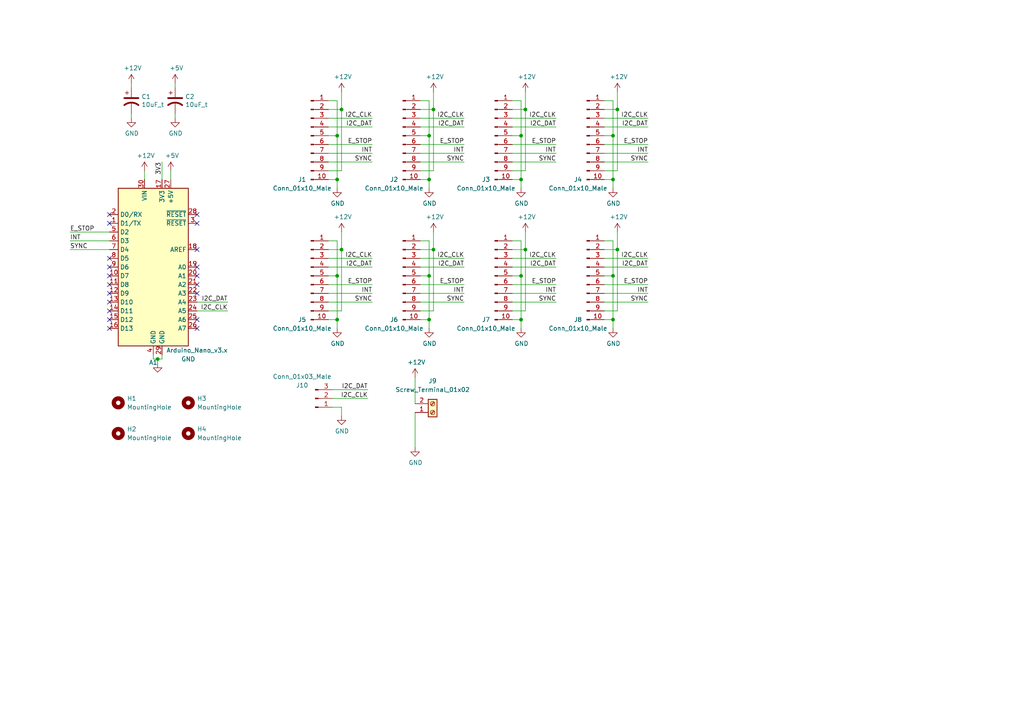
<source format=kicad_sch>
(kicad_sch (version 20211123) (generator eeschema)

  (uuid e63e39d7-6ac0-4ffd-8aa3-1841a4541b55)

  (paper "A4")

  (lib_symbols
    (symbol "BREAD_Slice-rescue:10uF_t-OCI_UPL_2_Capacitors" (pin_numbers hide) (pin_names (offset 0.254) hide) (in_bom yes) (on_board yes)
      (property "Reference" "C" (id 0) (at 0.635 2.54 0)
        (effects (font (size 1.27 1.27)) (justify left))
      )
      (property "Value" "10uF_t-OCI_UPL_2_Capacitors" (id 1) (at 0.635 -2.54 0)
        (effects (font (size 1.27 1.27)) (justify left))
      )
      (property "Footprint" "OCI_UPL_FOOTPRINTS:C_2312" (id 2) (at 0 -6.35 0)
        (effects (font (size 0.762 0.762)) hide)
      )
      (property "Datasheet" "https://www.digikey.com/short/qcd8n7" (id 3) (at 0 5.08 0)
        (effects (font (size 0.762 0.762)) hide)
      )
      (property "Part #" "T491C106K025AT" (id 4) (at 0 6.35 0)
        (effects (font (size 0.762 0.762)) hide)
      )
      (property "UPL #" "2.021" (id 5) (at 0 -5.08 0)
        (effects (font (size 0.762 0.762)) hide)
      )
      (property "ki_fp_filters" "SMD*_Pol c_elec* C*elec TantalC* Elko* CP*" (id 6) (at 0 0 0)
        (effects (font (size 1.27 1.27)) hide)
      )
      (symbol "10uF_t-OCI_UPL_2_Capacitors_0_1"
        (polyline
          (pts
            (xy -2.032 0.762)
            (xy 2.032 0.762)
          )
          (stroke (width 0.508) (type default) (color 0 0 0 0))
          (fill (type none))
        )
        (polyline
          (pts
            (xy -1.778 2.286)
            (xy -0.762 2.286)
          )
          (stroke (width 0) (type default) (color 0 0 0 0))
          (fill (type none))
        )
        (polyline
          (pts
            (xy -1.27 1.778)
            (xy -1.27 2.794)
          )
          (stroke (width 0) (type default) (color 0 0 0 0))
          (fill (type none))
        )
        (arc (start 2.032 -1.27) (mid 0 -0.5572) (end -2.032 -1.27)
          (stroke (width 0.508) (type default) (color 0 0 0 0))
          (fill (type none))
        )
      )
      (symbol "10uF_t-OCI_UPL_2_Capacitors_1_1"
        (pin passive line (at 0 3.81 270) (length 2.794)
          (name "~" (effects (font (size 1.016 1.016))))
          (number "1" (effects (font (size 1.016 1.016))))
        )
        (pin passive line (at 0 -3.81 90) (length 3.302)
          (name "~" (effects (font (size 1.016 1.016))))
          (number "2" (effects (font (size 1.016 1.016))))
        )
      )
    )
    (symbol "Connector:Conn_01x03_Male" (pin_names (offset 1.016) hide) (in_bom yes) (on_board yes)
      (property "Reference" "J" (id 0) (at 0 5.08 0)
        (effects (font (size 1.27 1.27)))
      )
      (property "Value" "Conn_01x03_Male" (id 1) (at 0 -5.08 0)
        (effects (font (size 1.27 1.27)))
      )
      (property "Footprint" "" (id 2) (at 0 0 0)
        (effects (font (size 1.27 1.27)) hide)
      )
      (property "Datasheet" "~" (id 3) (at 0 0 0)
        (effects (font (size 1.27 1.27)) hide)
      )
      (property "ki_keywords" "connector" (id 4) (at 0 0 0)
        (effects (font (size 1.27 1.27)) hide)
      )
      (property "ki_description" "Generic connector, single row, 01x03, script generated (kicad-library-utils/schlib/autogen/connector/)" (id 5) (at 0 0 0)
        (effects (font (size 1.27 1.27)) hide)
      )
      (property "ki_fp_filters" "Connector*:*_1x??_*" (id 6) (at 0 0 0)
        (effects (font (size 1.27 1.27)) hide)
      )
      (symbol "Conn_01x03_Male_1_1"
        (polyline
          (pts
            (xy 1.27 -2.54)
            (xy 0.8636 -2.54)
          )
          (stroke (width 0.1524) (type default) (color 0 0 0 0))
          (fill (type none))
        )
        (polyline
          (pts
            (xy 1.27 0)
            (xy 0.8636 0)
          )
          (stroke (width 0.1524) (type default) (color 0 0 0 0))
          (fill (type none))
        )
        (polyline
          (pts
            (xy 1.27 2.54)
            (xy 0.8636 2.54)
          )
          (stroke (width 0.1524) (type default) (color 0 0 0 0))
          (fill (type none))
        )
        (rectangle (start 0.8636 -2.413) (end 0 -2.667)
          (stroke (width 0.1524) (type default) (color 0 0 0 0))
          (fill (type outline))
        )
        (rectangle (start 0.8636 0.127) (end 0 -0.127)
          (stroke (width 0.1524) (type default) (color 0 0 0 0))
          (fill (type outline))
        )
        (rectangle (start 0.8636 2.667) (end 0 2.413)
          (stroke (width 0.1524) (type default) (color 0 0 0 0))
          (fill (type outline))
        )
        (pin passive line (at 5.08 2.54 180) (length 3.81)
          (name "Pin_1" (effects (font (size 1.27 1.27))))
          (number "1" (effects (font (size 1.27 1.27))))
        )
        (pin passive line (at 5.08 0 180) (length 3.81)
          (name "Pin_2" (effects (font (size 1.27 1.27))))
          (number "2" (effects (font (size 1.27 1.27))))
        )
        (pin passive line (at 5.08 -2.54 180) (length 3.81)
          (name "Pin_3" (effects (font (size 1.27 1.27))))
          (number "3" (effects (font (size 1.27 1.27))))
        )
      )
    )
    (symbol "Connector:Conn_01x10_Male" (pin_names (offset 1.016) hide) (in_bom yes) (on_board yes)
      (property "Reference" "J" (id 0) (at 0 12.7 0)
        (effects (font (size 1.27 1.27)))
      )
      (property "Value" "Conn_01x10_Male" (id 1) (at 0 -15.24 0)
        (effects (font (size 1.27 1.27)))
      )
      (property "Footprint" "" (id 2) (at 0 0 0)
        (effects (font (size 1.27 1.27)) hide)
      )
      (property "Datasheet" "~" (id 3) (at 0 0 0)
        (effects (font (size 1.27 1.27)) hide)
      )
      (property "ki_keywords" "connector" (id 4) (at 0 0 0)
        (effects (font (size 1.27 1.27)) hide)
      )
      (property "ki_description" "Generic connector, single row, 01x10, script generated (kicad-library-utils/schlib/autogen/connector/)" (id 5) (at 0 0 0)
        (effects (font (size 1.27 1.27)) hide)
      )
      (property "ki_fp_filters" "Connector*:*_1x??_*" (id 6) (at 0 0 0)
        (effects (font (size 1.27 1.27)) hide)
      )
      (symbol "Conn_01x10_Male_1_1"
        (polyline
          (pts
            (xy 1.27 -12.7)
            (xy 0.8636 -12.7)
          )
          (stroke (width 0.1524) (type default) (color 0 0 0 0))
          (fill (type none))
        )
        (polyline
          (pts
            (xy 1.27 -10.16)
            (xy 0.8636 -10.16)
          )
          (stroke (width 0.1524) (type default) (color 0 0 0 0))
          (fill (type none))
        )
        (polyline
          (pts
            (xy 1.27 -7.62)
            (xy 0.8636 -7.62)
          )
          (stroke (width 0.1524) (type default) (color 0 0 0 0))
          (fill (type none))
        )
        (polyline
          (pts
            (xy 1.27 -5.08)
            (xy 0.8636 -5.08)
          )
          (stroke (width 0.1524) (type default) (color 0 0 0 0))
          (fill (type none))
        )
        (polyline
          (pts
            (xy 1.27 -2.54)
            (xy 0.8636 -2.54)
          )
          (stroke (width 0.1524) (type default) (color 0 0 0 0))
          (fill (type none))
        )
        (polyline
          (pts
            (xy 1.27 0)
            (xy 0.8636 0)
          )
          (stroke (width 0.1524) (type default) (color 0 0 0 0))
          (fill (type none))
        )
        (polyline
          (pts
            (xy 1.27 2.54)
            (xy 0.8636 2.54)
          )
          (stroke (width 0.1524) (type default) (color 0 0 0 0))
          (fill (type none))
        )
        (polyline
          (pts
            (xy 1.27 5.08)
            (xy 0.8636 5.08)
          )
          (stroke (width 0.1524) (type default) (color 0 0 0 0))
          (fill (type none))
        )
        (polyline
          (pts
            (xy 1.27 7.62)
            (xy 0.8636 7.62)
          )
          (stroke (width 0.1524) (type default) (color 0 0 0 0))
          (fill (type none))
        )
        (polyline
          (pts
            (xy 1.27 10.16)
            (xy 0.8636 10.16)
          )
          (stroke (width 0.1524) (type default) (color 0 0 0 0))
          (fill (type none))
        )
        (rectangle (start 0.8636 -12.573) (end 0 -12.827)
          (stroke (width 0.1524) (type default) (color 0 0 0 0))
          (fill (type outline))
        )
        (rectangle (start 0.8636 -10.033) (end 0 -10.287)
          (stroke (width 0.1524) (type default) (color 0 0 0 0))
          (fill (type outline))
        )
        (rectangle (start 0.8636 -7.493) (end 0 -7.747)
          (stroke (width 0.1524) (type default) (color 0 0 0 0))
          (fill (type outline))
        )
        (rectangle (start 0.8636 -4.953) (end 0 -5.207)
          (stroke (width 0.1524) (type default) (color 0 0 0 0))
          (fill (type outline))
        )
        (rectangle (start 0.8636 -2.413) (end 0 -2.667)
          (stroke (width 0.1524) (type default) (color 0 0 0 0))
          (fill (type outline))
        )
        (rectangle (start 0.8636 0.127) (end 0 -0.127)
          (stroke (width 0.1524) (type default) (color 0 0 0 0))
          (fill (type outline))
        )
        (rectangle (start 0.8636 2.667) (end 0 2.413)
          (stroke (width 0.1524) (type default) (color 0 0 0 0))
          (fill (type outline))
        )
        (rectangle (start 0.8636 5.207) (end 0 4.953)
          (stroke (width 0.1524) (type default) (color 0 0 0 0))
          (fill (type outline))
        )
        (rectangle (start 0.8636 7.747) (end 0 7.493)
          (stroke (width 0.1524) (type default) (color 0 0 0 0))
          (fill (type outline))
        )
        (rectangle (start 0.8636 10.287) (end 0 10.033)
          (stroke (width 0.1524) (type default) (color 0 0 0 0))
          (fill (type outline))
        )
        (pin passive line (at 5.08 10.16 180) (length 3.81)
          (name "Pin_1" (effects (font (size 1.27 1.27))))
          (number "1" (effects (font (size 1.27 1.27))))
        )
        (pin passive line (at 5.08 -12.7 180) (length 3.81)
          (name "Pin_10" (effects (font (size 1.27 1.27))))
          (number "10" (effects (font (size 1.27 1.27))))
        )
        (pin passive line (at 5.08 7.62 180) (length 3.81)
          (name "Pin_2" (effects (font (size 1.27 1.27))))
          (number "2" (effects (font (size 1.27 1.27))))
        )
        (pin passive line (at 5.08 5.08 180) (length 3.81)
          (name "Pin_3" (effects (font (size 1.27 1.27))))
          (number "3" (effects (font (size 1.27 1.27))))
        )
        (pin passive line (at 5.08 2.54 180) (length 3.81)
          (name "Pin_4" (effects (font (size 1.27 1.27))))
          (number "4" (effects (font (size 1.27 1.27))))
        )
        (pin passive line (at 5.08 0 180) (length 3.81)
          (name "Pin_5" (effects (font (size 1.27 1.27))))
          (number "5" (effects (font (size 1.27 1.27))))
        )
        (pin passive line (at 5.08 -2.54 180) (length 3.81)
          (name "Pin_6" (effects (font (size 1.27 1.27))))
          (number "6" (effects (font (size 1.27 1.27))))
        )
        (pin passive line (at 5.08 -5.08 180) (length 3.81)
          (name "Pin_7" (effects (font (size 1.27 1.27))))
          (number "7" (effects (font (size 1.27 1.27))))
        )
        (pin passive line (at 5.08 -7.62 180) (length 3.81)
          (name "Pin_8" (effects (font (size 1.27 1.27))))
          (number "8" (effects (font (size 1.27 1.27))))
        )
        (pin passive line (at 5.08 -10.16 180) (length 3.81)
          (name "Pin_9" (effects (font (size 1.27 1.27))))
          (number "9" (effects (font (size 1.27 1.27))))
        )
      )
    )
    (symbol "Connector:Screw_Terminal_01x02" (pin_names (offset 1.016) hide) (in_bom yes) (on_board yes)
      (property "Reference" "J" (id 0) (at 0 2.54 0)
        (effects (font (size 1.27 1.27)))
      )
      (property "Value" "Screw_Terminal_01x02" (id 1) (at 0 -5.08 0)
        (effects (font (size 1.27 1.27)))
      )
      (property "Footprint" "" (id 2) (at 0 0 0)
        (effects (font (size 1.27 1.27)) hide)
      )
      (property "Datasheet" "~" (id 3) (at 0 0 0)
        (effects (font (size 1.27 1.27)) hide)
      )
      (property "ki_keywords" "screw terminal" (id 4) (at 0 0 0)
        (effects (font (size 1.27 1.27)) hide)
      )
      (property "ki_description" "Generic screw terminal, single row, 01x02, script generated (kicad-library-utils/schlib/autogen/connector/)" (id 5) (at 0 0 0)
        (effects (font (size 1.27 1.27)) hide)
      )
      (property "ki_fp_filters" "TerminalBlock*:*" (id 6) (at 0 0 0)
        (effects (font (size 1.27 1.27)) hide)
      )
      (symbol "Screw_Terminal_01x02_1_1"
        (rectangle (start -1.27 1.27) (end 1.27 -3.81)
          (stroke (width 0.254) (type default) (color 0 0 0 0))
          (fill (type background))
        )
        (circle (center 0 -2.54) (radius 0.635)
          (stroke (width 0.1524) (type default) (color 0 0 0 0))
          (fill (type none))
        )
        (polyline
          (pts
            (xy -0.5334 -2.2098)
            (xy 0.3302 -3.048)
          )
          (stroke (width 0.1524) (type default) (color 0 0 0 0))
          (fill (type none))
        )
        (polyline
          (pts
            (xy -0.5334 0.3302)
            (xy 0.3302 -0.508)
          )
          (stroke (width 0.1524) (type default) (color 0 0 0 0))
          (fill (type none))
        )
        (polyline
          (pts
            (xy -0.3556 -2.032)
            (xy 0.508 -2.8702)
          )
          (stroke (width 0.1524) (type default) (color 0 0 0 0))
          (fill (type none))
        )
        (polyline
          (pts
            (xy -0.3556 0.508)
            (xy 0.508 -0.3302)
          )
          (stroke (width 0.1524) (type default) (color 0 0 0 0))
          (fill (type none))
        )
        (circle (center 0 0) (radius 0.635)
          (stroke (width 0.1524) (type default) (color 0 0 0 0))
          (fill (type none))
        )
        (pin passive line (at -5.08 0 0) (length 3.81)
          (name "Pin_1" (effects (font (size 1.27 1.27))))
          (number "1" (effects (font (size 1.27 1.27))))
        )
        (pin passive line (at -5.08 -2.54 0) (length 3.81)
          (name "Pin_2" (effects (font (size 1.27 1.27))))
          (number "2" (effects (font (size 1.27 1.27))))
        )
      )
    )
    (symbol "MCU_Module:Arduino_Nano_v3.x" (in_bom yes) (on_board yes)
      (property "Reference" "A" (id 0) (at -10.16 23.495 0)
        (effects (font (size 1.27 1.27)) (justify left bottom))
      )
      (property "Value" "Arduino_Nano_v3.x" (id 1) (at 5.08 -24.13 0)
        (effects (font (size 1.27 1.27)) (justify left top))
      )
      (property "Footprint" "Module:Arduino_Nano" (id 2) (at 0 0 0)
        (effects (font (size 1.27 1.27) italic) hide)
      )
      (property "Datasheet" "http://www.mouser.com/pdfdocs/Gravitech_Arduino_Nano3_0.pdf" (id 3) (at 0 0 0)
        (effects (font (size 1.27 1.27)) hide)
      )
      (property "ki_keywords" "Arduino nano microcontroller module USB" (id 4) (at 0 0 0)
        (effects (font (size 1.27 1.27)) hide)
      )
      (property "ki_description" "Arduino Nano v3.x" (id 5) (at 0 0 0)
        (effects (font (size 1.27 1.27)) hide)
      )
      (property "ki_fp_filters" "Arduino*Nano*" (id 6) (at 0 0 0)
        (effects (font (size 1.27 1.27)) hide)
      )
      (symbol "Arduino_Nano_v3.x_0_1"
        (rectangle (start -10.16 22.86) (end 10.16 -22.86)
          (stroke (width 0.254) (type default) (color 0 0 0 0))
          (fill (type background))
        )
      )
      (symbol "Arduino_Nano_v3.x_1_1"
        (pin bidirectional line (at -12.7 12.7 0) (length 2.54)
          (name "D1/TX" (effects (font (size 1.27 1.27))))
          (number "1" (effects (font (size 1.27 1.27))))
        )
        (pin bidirectional line (at -12.7 -2.54 0) (length 2.54)
          (name "D7" (effects (font (size 1.27 1.27))))
          (number "10" (effects (font (size 1.27 1.27))))
        )
        (pin bidirectional line (at -12.7 -5.08 0) (length 2.54)
          (name "D8" (effects (font (size 1.27 1.27))))
          (number "11" (effects (font (size 1.27 1.27))))
        )
        (pin bidirectional line (at -12.7 -7.62 0) (length 2.54)
          (name "D9" (effects (font (size 1.27 1.27))))
          (number "12" (effects (font (size 1.27 1.27))))
        )
        (pin bidirectional line (at -12.7 -10.16 0) (length 2.54)
          (name "D10" (effects (font (size 1.27 1.27))))
          (number "13" (effects (font (size 1.27 1.27))))
        )
        (pin bidirectional line (at -12.7 -12.7 0) (length 2.54)
          (name "D11" (effects (font (size 1.27 1.27))))
          (number "14" (effects (font (size 1.27 1.27))))
        )
        (pin bidirectional line (at -12.7 -15.24 0) (length 2.54)
          (name "D12" (effects (font (size 1.27 1.27))))
          (number "15" (effects (font (size 1.27 1.27))))
        )
        (pin bidirectional line (at -12.7 -17.78 0) (length 2.54)
          (name "D13" (effects (font (size 1.27 1.27))))
          (number "16" (effects (font (size 1.27 1.27))))
        )
        (pin power_out line (at 2.54 25.4 270) (length 2.54)
          (name "3V3" (effects (font (size 1.27 1.27))))
          (number "17" (effects (font (size 1.27 1.27))))
        )
        (pin input line (at 12.7 5.08 180) (length 2.54)
          (name "AREF" (effects (font (size 1.27 1.27))))
          (number "18" (effects (font (size 1.27 1.27))))
        )
        (pin bidirectional line (at 12.7 0 180) (length 2.54)
          (name "A0" (effects (font (size 1.27 1.27))))
          (number "19" (effects (font (size 1.27 1.27))))
        )
        (pin bidirectional line (at -12.7 15.24 0) (length 2.54)
          (name "D0/RX" (effects (font (size 1.27 1.27))))
          (number "2" (effects (font (size 1.27 1.27))))
        )
        (pin bidirectional line (at 12.7 -2.54 180) (length 2.54)
          (name "A1" (effects (font (size 1.27 1.27))))
          (number "20" (effects (font (size 1.27 1.27))))
        )
        (pin bidirectional line (at 12.7 -5.08 180) (length 2.54)
          (name "A2" (effects (font (size 1.27 1.27))))
          (number "21" (effects (font (size 1.27 1.27))))
        )
        (pin bidirectional line (at 12.7 -7.62 180) (length 2.54)
          (name "A3" (effects (font (size 1.27 1.27))))
          (number "22" (effects (font (size 1.27 1.27))))
        )
        (pin bidirectional line (at 12.7 -10.16 180) (length 2.54)
          (name "A4" (effects (font (size 1.27 1.27))))
          (number "23" (effects (font (size 1.27 1.27))))
        )
        (pin bidirectional line (at 12.7 -12.7 180) (length 2.54)
          (name "A5" (effects (font (size 1.27 1.27))))
          (number "24" (effects (font (size 1.27 1.27))))
        )
        (pin bidirectional line (at 12.7 -15.24 180) (length 2.54)
          (name "A6" (effects (font (size 1.27 1.27))))
          (number "25" (effects (font (size 1.27 1.27))))
        )
        (pin bidirectional line (at 12.7 -17.78 180) (length 2.54)
          (name "A7" (effects (font (size 1.27 1.27))))
          (number "26" (effects (font (size 1.27 1.27))))
        )
        (pin power_out line (at 5.08 25.4 270) (length 2.54)
          (name "+5V" (effects (font (size 1.27 1.27))))
          (number "27" (effects (font (size 1.27 1.27))))
        )
        (pin input line (at 12.7 15.24 180) (length 2.54)
          (name "~{RESET}" (effects (font (size 1.27 1.27))))
          (number "28" (effects (font (size 1.27 1.27))))
        )
        (pin power_in line (at 2.54 -25.4 90) (length 2.54)
          (name "GND" (effects (font (size 1.27 1.27))))
          (number "29" (effects (font (size 1.27 1.27))))
        )
        (pin input line (at 12.7 12.7 180) (length 2.54)
          (name "~{RESET}" (effects (font (size 1.27 1.27))))
          (number "3" (effects (font (size 1.27 1.27))))
        )
        (pin power_in line (at -2.54 25.4 270) (length 2.54)
          (name "VIN" (effects (font (size 1.27 1.27))))
          (number "30" (effects (font (size 1.27 1.27))))
        )
        (pin power_in line (at 0 -25.4 90) (length 2.54)
          (name "GND" (effects (font (size 1.27 1.27))))
          (number "4" (effects (font (size 1.27 1.27))))
        )
        (pin bidirectional line (at -12.7 10.16 0) (length 2.54)
          (name "D2" (effects (font (size 1.27 1.27))))
          (number "5" (effects (font (size 1.27 1.27))))
        )
        (pin bidirectional line (at -12.7 7.62 0) (length 2.54)
          (name "D3" (effects (font (size 1.27 1.27))))
          (number "6" (effects (font (size 1.27 1.27))))
        )
        (pin bidirectional line (at -12.7 5.08 0) (length 2.54)
          (name "D4" (effects (font (size 1.27 1.27))))
          (number "7" (effects (font (size 1.27 1.27))))
        )
        (pin bidirectional line (at -12.7 2.54 0) (length 2.54)
          (name "D5" (effects (font (size 1.27 1.27))))
          (number "8" (effects (font (size 1.27 1.27))))
        )
        (pin bidirectional line (at -12.7 0 0) (length 2.54)
          (name "D6" (effects (font (size 1.27 1.27))))
          (number "9" (effects (font (size 1.27 1.27))))
        )
      )
    )
    (symbol "Mechanical:MountingHole" (pin_names (offset 1.016)) (in_bom yes) (on_board yes)
      (property "Reference" "H" (id 0) (at 0 5.08 0)
        (effects (font (size 1.27 1.27)))
      )
      (property "Value" "MountingHole" (id 1) (at 0 3.175 0)
        (effects (font (size 1.27 1.27)))
      )
      (property "Footprint" "" (id 2) (at 0 0 0)
        (effects (font (size 1.27 1.27)) hide)
      )
      (property "Datasheet" "~" (id 3) (at 0 0 0)
        (effects (font (size 1.27 1.27)) hide)
      )
      (property "ki_keywords" "mounting hole" (id 4) (at 0 0 0)
        (effects (font (size 1.27 1.27)) hide)
      )
      (property "ki_description" "Mounting Hole without connection" (id 5) (at 0 0 0)
        (effects (font (size 1.27 1.27)) hide)
      )
      (property "ki_fp_filters" "MountingHole*" (id 6) (at 0 0 0)
        (effects (font (size 1.27 1.27)) hide)
      )
      (symbol "MountingHole_0_1"
        (circle (center 0 0) (radius 1.27)
          (stroke (width 1.27) (type default) (color 0 0 0 0))
          (fill (type none))
        )
      )
    )
    (symbol "power:+12V" (power) (pin_names (offset 0)) (in_bom yes) (on_board yes)
      (property "Reference" "#PWR" (id 0) (at 0 -3.81 0)
        (effects (font (size 1.27 1.27)) hide)
      )
      (property "Value" "+12V" (id 1) (at 0 3.556 0)
        (effects (font (size 1.27 1.27)))
      )
      (property "Footprint" "" (id 2) (at 0 0 0)
        (effects (font (size 1.27 1.27)) hide)
      )
      (property "Datasheet" "" (id 3) (at 0 0 0)
        (effects (font (size 1.27 1.27)) hide)
      )
      (property "ki_keywords" "power-flag" (id 4) (at 0 0 0)
        (effects (font (size 1.27 1.27)) hide)
      )
      (property "ki_description" "Power symbol creates a global label with name \"+12V\"" (id 5) (at 0 0 0)
        (effects (font (size 1.27 1.27)) hide)
      )
      (symbol "+12V_0_1"
        (polyline
          (pts
            (xy -0.762 1.27)
            (xy 0 2.54)
          )
          (stroke (width 0) (type default) (color 0 0 0 0))
          (fill (type none))
        )
        (polyline
          (pts
            (xy 0 0)
            (xy 0 2.54)
          )
          (stroke (width 0) (type default) (color 0 0 0 0))
          (fill (type none))
        )
        (polyline
          (pts
            (xy 0 2.54)
            (xy 0.762 1.27)
          )
          (stroke (width 0) (type default) (color 0 0 0 0))
          (fill (type none))
        )
      )
      (symbol "+12V_1_1"
        (pin power_in line (at 0 0 90) (length 0) hide
          (name "+12V" (effects (font (size 1.27 1.27))))
          (number "1" (effects (font (size 1.27 1.27))))
        )
      )
    )
    (symbol "power:+5V" (power) (pin_names (offset 0)) (in_bom yes) (on_board yes)
      (property "Reference" "#PWR" (id 0) (at 0 -3.81 0)
        (effects (font (size 1.27 1.27)) hide)
      )
      (property "Value" "+5V" (id 1) (at 0 3.556 0)
        (effects (font (size 1.27 1.27)))
      )
      (property "Footprint" "" (id 2) (at 0 0 0)
        (effects (font (size 1.27 1.27)) hide)
      )
      (property "Datasheet" "" (id 3) (at 0 0 0)
        (effects (font (size 1.27 1.27)) hide)
      )
      (property "ki_keywords" "power-flag" (id 4) (at 0 0 0)
        (effects (font (size 1.27 1.27)) hide)
      )
      (property "ki_description" "Power symbol creates a global label with name \"+5V\"" (id 5) (at 0 0 0)
        (effects (font (size 1.27 1.27)) hide)
      )
      (symbol "+5V_0_1"
        (polyline
          (pts
            (xy -0.762 1.27)
            (xy 0 2.54)
          )
          (stroke (width 0) (type default) (color 0 0 0 0))
          (fill (type none))
        )
        (polyline
          (pts
            (xy 0 0)
            (xy 0 2.54)
          )
          (stroke (width 0) (type default) (color 0 0 0 0))
          (fill (type none))
        )
        (polyline
          (pts
            (xy 0 2.54)
            (xy 0.762 1.27)
          )
          (stroke (width 0) (type default) (color 0 0 0 0))
          (fill (type none))
        )
      )
      (symbol "+5V_1_1"
        (pin power_in line (at 0 0 90) (length 0) hide
          (name "+5V" (effects (font (size 1.27 1.27))))
          (number "1" (effects (font (size 1.27 1.27))))
        )
      )
    )
    (symbol "power:GND" (power) (pin_names (offset 0)) (in_bom yes) (on_board yes)
      (property "Reference" "#PWR" (id 0) (at 0 -6.35 0)
        (effects (font (size 1.27 1.27)) hide)
      )
      (property "Value" "GND" (id 1) (at 0 -3.81 0)
        (effects (font (size 1.27 1.27)))
      )
      (property "Footprint" "" (id 2) (at 0 0 0)
        (effects (font (size 1.27 1.27)) hide)
      )
      (property "Datasheet" "" (id 3) (at 0 0 0)
        (effects (font (size 1.27 1.27)) hide)
      )
      (property "ki_keywords" "power-flag" (id 4) (at 0 0 0)
        (effects (font (size 1.27 1.27)) hide)
      )
      (property "ki_description" "Power symbol creates a global label with name \"GND\" , ground" (id 5) (at 0 0 0)
        (effects (font (size 1.27 1.27)) hide)
      )
      (symbol "GND_0_1"
        (polyline
          (pts
            (xy 0 0)
            (xy 0 -1.27)
            (xy 1.27 -1.27)
            (xy 0 -2.54)
            (xy -1.27 -1.27)
            (xy 0 -1.27)
          )
          (stroke (width 0) (type default) (color 0 0 0 0))
          (fill (type none))
        )
      )
      (symbol "GND_1_1"
        (pin power_in line (at 0 0 270) (length 0) hide
          (name "GND" (effects (font (size 1.27 1.27))))
          (number "1" (effects (font (size 1.27 1.27))))
        )
      )
    )
  )

  (junction (at 125.73 72.39) (diameter 0) (color 0 0 0 0)
    (uuid 26ac697d-b366-4707-b6a2-025df374518e)
  )
  (junction (at 152.4 72.39) (diameter 0) (color 0 0 0 0)
    (uuid 2c686fcb-3ff4-4cb3-bfbb-52376360c173)
  )
  (junction (at 97.79 39.37) (diameter 0) (color 0 0 0 0)
    (uuid 368b5878-b1a0-439b-9581-320c86d698c2)
  )
  (junction (at 151.13 52.07) (diameter 0) (color 0 0 0 0)
    (uuid 3b47d1fb-8ece-4926-af09-8fdcddfa3a36)
  )
  (junction (at 151.13 39.37) (diameter 0) (color 0 0 0 0)
    (uuid 47f692dd-db9e-4a73-b7e6-7078aad70631)
  )
  (junction (at 124.46 52.07) (diameter 0) (color 0 0 0 0)
    (uuid 4e7e4abf-37d8-4062-be95-87ac6fad91ae)
  )
  (junction (at 177.8 39.37) (diameter 0) (color 0 0 0 0)
    (uuid 51e422c5-342e-48fb-a8a3-6a1c5f037b1e)
  )
  (junction (at 152.4 31.75) (diameter 0) (color 0 0 0 0)
    (uuid 52e8af42-b207-4a20-bcaa-720a04feb53c)
  )
  (junction (at 45.72 104.14) (diameter 0) (color 0 0 0 0)
    (uuid 5683492a-389e-4ac4-9c32-25f197b682fd)
  )
  (junction (at 99.06 72.39) (diameter 0) (color 0 0 0 0)
    (uuid 6af5bd13-ac55-4164-a0b4-1e5011eca014)
  )
  (junction (at 151.13 92.71) (diameter 0) (color 0 0 0 0)
    (uuid 6b0dec78-5c28-4c83-9f96-37658230318f)
  )
  (junction (at 151.13 80.01) (diameter 0) (color 0 0 0 0)
    (uuid 70522765-fa41-4bc4-a86d-84194f00f454)
  )
  (junction (at 97.79 52.07) (diameter 0) (color 0 0 0 0)
    (uuid 74c335aa-b72b-4eb2-9d19-a4f6cc605120)
  )
  (junction (at 125.73 31.75) (diameter 0) (color 0 0 0 0)
    (uuid 82ac8cc0-0b10-48b7-a358-ca7d04a2b724)
  )
  (junction (at 177.8 92.71) (diameter 0) (color 0 0 0 0)
    (uuid 9716d21e-4301-4190-8173-0031c5c6db13)
  )
  (junction (at 179.07 72.39) (diameter 0) (color 0 0 0 0)
    (uuid 9e628d2d-a800-48a8-8e34-0476c9f0107f)
  )
  (junction (at 177.8 80.01) (diameter 0) (color 0 0 0 0)
    (uuid ab45a232-2a55-4226-b08e-210637fc5c4a)
  )
  (junction (at 97.79 92.71) (diameter 0) (color 0 0 0 0)
    (uuid ae586eb0-bc77-437a-9600-af3e635dd869)
  )
  (junction (at 124.46 39.37) (diameter 0) (color 0 0 0 0)
    (uuid b4ba9dfd-f6a3-45b5-bd0b-25c83fcd3d99)
  )
  (junction (at 124.46 92.71) (diameter 0) (color 0 0 0 0)
    (uuid c70e62da-ce44-443c-aec0-00faf47a0224)
  )
  (junction (at 179.07 31.75) (diameter 0) (color 0 0 0 0)
    (uuid c93290f4-e6b3-4729-aaac-1fe501cd22c3)
  )
  (junction (at 177.8 52.07) (diameter 0) (color 0 0 0 0)
    (uuid cc1d141e-0839-4a87-928a-594ff040c13a)
  )
  (junction (at 99.06 31.75) (diameter 0) (color 0 0 0 0)
    (uuid d6ddd741-ceda-41ea-b19a-17e6cb0bbf0d)
  )
  (junction (at 97.79 80.01) (diameter 0) (color 0 0 0 0)
    (uuid e3159fc2-e077-40b4-a7d7-38b7559f3c41)
  )
  (junction (at 124.46 80.01) (diameter 0) (color 0 0 0 0)
    (uuid f839b187-c673-49e4-bbc4-78d387046f7d)
  )

  (no_connect (at 57.15 80.01) (uuid 022a97fa-643b-4302-b44c-26a956146db7))
  (no_connect (at 31.75 74.93) (uuid 0530af74-8d1f-4140-b5a9-fbe4d930f2d6))
  (no_connect (at 57.15 82.55) (uuid 1d27c77d-c33f-442a-bd7b-7b44d10eb43c))
  (no_connect (at 57.15 62.23) (uuid 33529587-bbb4-4ca0-bcdf-15fd64295461))
  (no_connect (at 57.15 72.39) (uuid 4227d0f4-4162-4ece-9ec9-195feb76c6dd))
  (no_connect (at 31.75 80.01) (uuid 516c1522-ced6-4dae-8272-163c4e0afed5))
  (no_connect (at 31.75 77.47) (uuid 516c1522-ced6-4dae-8272-163c4e0afed6))
  (no_connect (at 31.75 90.17) (uuid 6424e37b-0a2d-4486-9952-eba089b6e9fc))
  (no_connect (at 31.75 92.71) (uuid 6424e37b-0a2d-4486-9952-eba089b6e9fd))
  (no_connect (at 31.75 95.25) (uuid 6424e37b-0a2d-4486-9952-eba089b6e9fe))
  (no_connect (at 31.75 82.55) (uuid 6424e37b-0a2d-4486-9952-eba089b6e9ff))
  (no_connect (at 31.75 85.09) (uuid 6424e37b-0a2d-4486-9952-eba089b6ea00))
  (no_connect (at 31.75 87.63) (uuid 6424e37b-0a2d-4486-9952-eba089b6ea01))
  (no_connect (at 31.75 62.23) (uuid 74af2b77-c1c9-4eae-bff8-96bc046b8c06))
  (no_connect (at 57.15 77.47) (uuid 8a51259a-0b00-485b-ae12-40bbbcbb1fbf))
  (no_connect (at 31.75 64.77) (uuid 8e63c288-73a9-425f-b92a-2acba82b2a8c))
  (no_connect (at 57.15 85.09) (uuid a61b8793-ec96-4e3b-97b0-2185f1c8bd47))
  (no_connect (at 57.15 92.71) (uuid a756a3d8-e7f6-433b-b40a-4f16e0acf771))
  (no_connect (at 57.15 64.77) (uuid af344df5-f8f1-4300-8c40-51d1681a9cb2))
  (no_connect (at 57.15 95.25) (uuid e196416c-d4d1-42d4-979d-990a370627ba))

  (wire (pts (xy 99.06 90.17) (xy 95.25 90.17))
    (stroke (width 0) (type default) (color 0 0 0 0))
    (uuid 03ba434c-de34-44d9-b04b-0b6459ece4ae)
  )
  (wire (pts (xy 177.8 80.01) (xy 177.8 69.85))
    (stroke (width 0) (type default) (color 0 0 0 0))
    (uuid 041a4fb2-d055-4f81-97f8-1506911ece07)
  )
  (wire (pts (xy 95.25 39.37) (xy 97.79 39.37))
    (stroke (width 0) (type default) (color 0 0 0 0))
    (uuid 06552a9a-6350-41c0-9a41-30bab053930c)
  )
  (wire (pts (xy 175.26 39.37) (xy 177.8 39.37))
    (stroke (width 0) (type default) (color 0 0 0 0))
    (uuid 06815404-e035-4e17-89a5-da21e0052b82)
  )
  (wire (pts (xy 134.62 36.83) (xy 121.92 36.83))
    (stroke (width 0) (type default) (color 0 0 0 0))
    (uuid 07692acd-df22-42b6-99ae-05d5fbde496a)
  )
  (wire (pts (xy 177.8 69.85) (xy 175.26 69.85))
    (stroke (width 0) (type default) (color 0 0 0 0))
    (uuid 09c614c3-b711-4e17-9b9c-a6b11e8998be)
  )
  (wire (pts (xy 148.59 52.07) (xy 151.13 52.07))
    (stroke (width 0) (type default) (color 0 0 0 0))
    (uuid 09c8f157-2c93-41ca-8539-98ca09da717f)
  )
  (wire (pts (xy 175.26 92.71) (xy 177.8 92.71))
    (stroke (width 0) (type default) (color 0 0 0 0))
    (uuid 0bf9bdd7-4e16-46f1-b046-3dd4dd406170)
  )
  (wire (pts (xy 124.46 80.01) (xy 124.46 92.71))
    (stroke (width 0) (type default) (color 0 0 0 0))
    (uuid 0f2afe6f-379f-47d0-8092-8701609ee4a6)
  )
  (wire (pts (xy 151.13 80.01) (xy 151.13 69.85))
    (stroke (width 0) (type default) (color 0 0 0 0))
    (uuid 10371920-df74-4373-816c-aeab1afe4cdd)
  )
  (wire (pts (xy 152.4 31.75) (xy 152.4 49.53))
    (stroke (width 0) (type default) (color 0 0 0 0))
    (uuid 1513dcce-5156-459a-9e5f-c9ef4f3c013a)
  )
  (wire (pts (xy 177.8 92.71) (xy 177.8 95.25))
    (stroke (width 0) (type default) (color 0 0 0 0))
    (uuid 1717627d-bc5f-4809-98b0-e728156f596c)
  )
  (wire (pts (xy 95.25 87.63) (xy 107.95 87.63))
    (stroke (width 0) (type default) (color 0 0 0 0))
    (uuid 17abc7b7-41a6-42d1-bc7b-f475b0345b01)
  )
  (wire (pts (xy 148.59 31.75) (xy 152.4 31.75))
    (stroke (width 0) (type default) (color 0 0 0 0))
    (uuid 18070179-a8ca-4b6c-808e-bf889d0be35b)
  )
  (wire (pts (xy 125.73 31.75) (xy 125.73 49.53))
    (stroke (width 0) (type default) (color 0 0 0 0))
    (uuid 19274e56-02f2-4c03-ac1c-905d861f341d)
  )
  (wire (pts (xy 124.46 52.07) (xy 124.46 54.61))
    (stroke (width 0) (type default) (color 0 0 0 0))
    (uuid 1c7d8299-6b5a-476a-86ba-1d5d1ddde519)
  )
  (wire (pts (xy 97.79 39.37) (xy 97.79 29.21))
    (stroke (width 0) (type default) (color 0 0 0 0))
    (uuid 1c95198c-3fb9-41eb-b19f-5eccd97c1473)
  )
  (wire (pts (xy 121.92 87.63) (xy 134.62 87.63))
    (stroke (width 0) (type default) (color 0 0 0 0))
    (uuid 1cb90ce4-cf2a-4f56-afc5-1a491c09cd7f)
  )
  (wire (pts (xy 151.13 39.37) (xy 151.13 52.07))
    (stroke (width 0) (type default) (color 0 0 0 0))
    (uuid 1d2178d5-6fa7-43c3-9870-994fa947b0df)
  )
  (wire (pts (xy 95.25 74.93) (xy 107.95 74.93))
    (stroke (width 0) (type default) (color 0 0 0 0))
    (uuid 1e3c182a-3b5b-4870-afd8-d7d303e020ac)
  )
  (wire (pts (xy 148.59 41.91) (xy 161.29 41.91))
    (stroke (width 0) (type default) (color 0 0 0 0))
    (uuid 2208cedd-52b1-4065-af80-08df08515045)
  )
  (wire (pts (xy 95.25 77.47) (xy 107.95 77.47))
    (stroke (width 0) (type default) (color 0 0 0 0))
    (uuid 2439bbd2-6700-4ee0-9b66-a44c7580cd4e)
  )
  (wire (pts (xy 152.4 49.53) (xy 148.59 49.53))
    (stroke (width 0) (type default) (color 0 0 0 0))
    (uuid 25bb180f-e32c-41ee-b84f-7c821b6bfe85)
  )
  (wire (pts (xy 148.59 87.63) (xy 161.29 87.63))
    (stroke (width 0) (type default) (color 0 0 0 0))
    (uuid 2730c868-d20d-46d9-8de9-9c625c6a0bc1)
  )
  (wire (pts (xy 151.13 29.21) (xy 148.59 29.21))
    (stroke (width 0) (type default) (color 0 0 0 0))
    (uuid 280c0c95-d825-4ad1-821d-8c62492a72d8)
  )
  (wire (pts (xy 152.4 67.31) (xy 152.4 72.39))
    (stroke (width 0) (type default) (color 0 0 0 0))
    (uuid 2d8ae7c8-a8ef-4545-b184-3d190d6bc7b0)
  )
  (wire (pts (xy 97.79 80.01) (xy 97.79 92.71))
    (stroke (width 0) (type default) (color 0 0 0 0))
    (uuid 2ef5db64-5b39-4927-a368-f979567e2043)
  )
  (wire (pts (xy 38.1 34.29) (xy 38.1 33.02))
    (stroke (width 0) (type default) (color 0 0 0 0))
    (uuid 2f680110-9ea0-4f48-b5a6-990648d3cde2)
  )
  (wire (pts (xy 99.06 118.11) (xy 99.06 120.65))
    (stroke (width 0) (type default) (color 0 0 0 0))
    (uuid 3030b2e5-e476-4111-8069-0a78cfd7f7be)
  )
  (wire (pts (xy 121.92 80.01) (xy 124.46 80.01))
    (stroke (width 0) (type default) (color 0 0 0 0))
    (uuid 3094a61a-f01e-49f0-9a23-7265c09394f7)
  )
  (wire (pts (xy 121.92 44.45) (xy 134.62 44.45))
    (stroke (width 0) (type default) (color 0 0 0 0))
    (uuid 30aad354-f659-4962-8ba3-32f351d490c0)
  )
  (wire (pts (xy 44.45 102.87) (xy 44.45 104.14))
    (stroke (width 0) (type default) (color 0 0 0 0))
    (uuid 32f708e0-df94-44e7-a6ae-cda54a0cd338)
  )
  (wire (pts (xy 99.06 67.31) (xy 99.06 72.39))
    (stroke (width 0) (type default) (color 0 0 0 0))
    (uuid 352fbff6-5cb1-4fb5-a52f-b747fb7e5979)
  )
  (wire (pts (xy 99.06 31.75) (xy 99.06 49.53))
    (stroke (width 0) (type default) (color 0 0 0 0))
    (uuid 36447e84-a7bf-4dc6-89ab-9d349f250c17)
  )
  (wire (pts (xy 121.92 31.75) (xy 125.73 31.75))
    (stroke (width 0) (type default) (color 0 0 0 0))
    (uuid 3931e2ff-188e-452f-bab0-35151dc92f76)
  )
  (wire (pts (xy 187.96 74.93) (xy 175.26 74.93))
    (stroke (width 0) (type default) (color 0 0 0 0))
    (uuid 39f6fae4-2f28-4f2b-a7be-e8f92ea92e26)
  )
  (wire (pts (xy 49.53 49.53) (xy 49.53 52.07))
    (stroke (width 0) (type default) (color 0 0 0 0))
    (uuid 3adffa25-31fb-4382-82fd-edd96b480895)
  )
  (wire (pts (xy 121.92 52.07) (xy 124.46 52.07))
    (stroke (width 0) (type default) (color 0 0 0 0))
    (uuid 3d45fc2a-626e-432b-8455-efdeaa19e636)
  )
  (wire (pts (xy 97.79 92.71) (xy 97.79 95.25))
    (stroke (width 0) (type default) (color 0 0 0 0))
    (uuid 3f8164d6-3720-4d55-b1d5-62c499e076d2)
  )
  (wire (pts (xy 177.8 39.37) (xy 177.8 52.07))
    (stroke (width 0) (type default) (color 0 0 0 0))
    (uuid 3fc229d5-3a51-4ead-9b52-80f5b5c3bb53)
  )
  (wire (pts (xy 121.92 46.99) (xy 134.62 46.99))
    (stroke (width 0) (type default) (color 0 0 0 0))
    (uuid 40ca69cc-5122-41ab-a4ee-b5af8c1d68be)
  )
  (wire (pts (xy 125.73 26.67) (xy 125.73 31.75))
    (stroke (width 0) (type default) (color 0 0 0 0))
    (uuid 442625ff-e105-479e-a3ca-b1a81a6dffa6)
  )
  (wire (pts (xy 175.26 31.75) (xy 179.07 31.75))
    (stroke (width 0) (type default) (color 0 0 0 0))
    (uuid 45074cd4-596b-47ea-b7b0-c207eacac23a)
  )
  (wire (pts (xy 124.46 80.01) (xy 124.46 69.85))
    (stroke (width 0) (type default) (color 0 0 0 0))
    (uuid 46f866c7-6ecf-4244-ad04-ec5900e05e6f)
  )
  (wire (pts (xy 177.8 39.37) (xy 177.8 29.21))
    (stroke (width 0) (type default) (color 0 0 0 0))
    (uuid 49b59d52-3312-4312-88c9-f41931572c53)
  )
  (wire (pts (xy 179.07 67.31) (xy 179.07 72.39))
    (stroke (width 0) (type default) (color 0 0 0 0))
    (uuid 4b9274c9-7a44-4b17-b72d-e145fc7c1aef)
  )
  (wire (pts (xy 96.52 118.11) (xy 99.06 118.11))
    (stroke (width 0) (type default) (color 0 0 0 0))
    (uuid 4d6e7593-5db0-439b-b5fa-1a63df3ad67e)
  )
  (wire (pts (xy 151.13 92.71) (xy 151.13 95.25))
    (stroke (width 0) (type default) (color 0 0 0 0))
    (uuid 4dbfe352-860c-4670-8bb9-3d3d36519012)
  )
  (wire (pts (xy 152.4 26.67) (xy 152.4 31.75))
    (stroke (width 0) (type default) (color 0 0 0 0))
    (uuid 4e930eb5-98fa-430c-91fa-56a17722aebc)
  )
  (wire (pts (xy 151.13 52.07) (xy 151.13 54.61))
    (stroke (width 0) (type default) (color 0 0 0 0))
    (uuid 4ecf2168-17c5-4109-b8a9-456884e6e712)
  )
  (wire (pts (xy 175.26 34.29) (xy 187.96 34.29))
    (stroke (width 0) (type default) (color 0 0 0 0))
    (uuid 4f101831-6b6e-447b-813f-217554687940)
  )
  (wire (pts (xy 161.29 74.93) (xy 148.59 74.93))
    (stroke (width 0) (type default) (color 0 0 0 0))
    (uuid 4f53b7b7-b9b6-45d3-9ce5-0486bd56ecbd)
  )
  (wire (pts (xy 179.07 26.67) (xy 179.07 31.75))
    (stroke (width 0) (type default) (color 0 0 0 0))
    (uuid 5172ee41-8fe7-48c2-ada2-16ae0d91f443)
  )
  (wire (pts (xy 124.46 92.71) (xy 124.46 95.25))
    (stroke (width 0) (type default) (color 0 0 0 0))
    (uuid 51ba67bb-898f-42a5-bf53-dee7a2de7f65)
  )
  (wire (pts (xy 161.29 77.47) (xy 148.59 77.47))
    (stroke (width 0) (type default) (color 0 0 0 0))
    (uuid 58c349d4-da45-49a5-b5c5-ed67d28131d7)
  )
  (wire (pts (xy 50.8 34.29) (xy 50.8 33.02))
    (stroke (width 0) (type default) (color 0 0 0 0))
    (uuid 59b84cf5-8fad-4fea-b0b7-c97376d20370)
  )
  (wire (pts (xy 95.25 46.99) (xy 107.95 46.99))
    (stroke (width 0) (type default) (color 0 0 0 0))
    (uuid 5b3893c6-e4cc-4fa9-be23-63d62d12d2ee)
  )
  (wire (pts (xy 177.8 80.01) (xy 177.8 92.71))
    (stroke (width 0) (type default) (color 0 0 0 0))
    (uuid 5c6fdc25-80d7-4542-a742-f193a31bba78)
  )
  (wire (pts (xy 148.59 36.83) (xy 161.29 36.83))
    (stroke (width 0) (type default) (color 0 0 0 0))
    (uuid 5d53b6e1-2a72-4615-8540-ad8d459674ec)
  )
  (wire (pts (xy 96.52 113.03) (xy 106.68 113.03))
    (stroke (width 0) (type default) (color 0 0 0 0))
    (uuid 689891ac-5e99-4712-93a8-d6b1b3ceb928)
  )
  (wire (pts (xy 46.99 46.99) (xy 46.99 52.07))
    (stroke (width 0) (type default) (color 0 0 0 0))
    (uuid 69e03e34-913d-485e-8a01-633f9d2ea3ba)
  )
  (wire (pts (xy 175.26 87.63) (xy 187.96 87.63))
    (stroke (width 0) (type default) (color 0 0 0 0))
    (uuid 6a0afaff-db1b-4e7f-91b7-1b9b68c64d60)
  )
  (wire (pts (xy 95.25 52.07) (xy 97.79 52.07))
    (stroke (width 0) (type default) (color 0 0 0 0))
    (uuid 6ca0dd43-dad6-4184-8e34-870ea73b6d62)
  )
  (wire (pts (xy 121.92 90.17) (xy 125.73 90.17))
    (stroke (width 0) (type default) (color 0 0 0 0))
    (uuid 6da909da-367f-4ee5-89da-f7e1ab6d4216)
  )
  (wire (pts (xy 175.26 36.83) (xy 187.96 36.83))
    (stroke (width 0) (type default) (color 0 0 0 0))
    (uuid 6e074076-953e-42c1-a0d8-5a030a3e0abb)
  )
  (wire (pts (xy 121.92 77.47) (xy 134.62 77.47))
    (stroke (width 0) (type default) (color 0 0 0 0))
    (uuid 7098297a-faef-433c-9d4a-4f5710a68e15)
  )
  (wire (pts (xy 99.06 26.67) (xy 99.06 31.75))
    (stroke (width 0) (type default) (color 0 0 0 0))
    (uuid 71e100e9-7680-4270-8877-b36124f1a5d1)
  )
  (wire (pts (xy 177.8 29.21) (xy 175.26 29.21))
    (stroke (width 0) (type default) (color 0 0 0 0))
    (uuid 720bdd03-60a2-48dc-be0b-aec2f108dfa3)
  )
  (wire (pts (xy 175.26 46.99) (xy 187.96 46.99))
    (stroke (width 0) (type default) (color 0 0 0 0))
    (uuid 7306108b-8b5c-46d5-a3e1-bf8669a5f9b9)
  )
  (wire (pts (xy 148.59 39.37) (xy 151.13 39.37))
    (stroke (width 0) (type default) (color 0 0 0 0))
    (uuid 736e663d-56f3-4374-8165-76507177077d)
  )
  (wire (pts (xy 95.25 72.39) (xy 99.06 72.39))
    (stroke (width 0) (type default) (color 0 0 0 0))
    (uuid 7623eb60-3d87-4126-a90e-9dec63448cfc)
  )
  (wire (pts (xy 124.46 69.85) (xy 121.92 69.85))
    (stroke (width 0) (type default) (color 0 0 0 0))
    (uuid 76488d69-e714-4cca-847b-80efad2d6297)
  )
  (wire (pts (xy 107.95 36.83) (xy 95.25 36.83))
    (stroke (width 0) (type default) (color 0 0 0 0))
    (uuid 77da599b-72d7-45ce-bba9-e149c594207f)
  )
  (wire (pts (xy 187.96 77.47) (xy 175.26 77.47))
    (stroke (width 0) (type default) (color 0 0 0 0))
    (uuid 7d8a3a01-5fb1-47be-af68-a12426e8fc16)
  )
  (wire (pts (xy 125.73 67.31) (xy 125.73 72.39))
    (stroke (width 0) (type default) (color 0 0 0 0))
    (uuid 7f553c64-8956-4dbc-8211-6243f69be857)
  )
  (wire (pts (xy 134.62 34.29) (xy 121.92 34.29))
    (stroke (width 0) (type default) (color 0 0 0 0))
    (uuid 8011be8d-43ed-4481-b304-be770988cbe9)
  )
  (wire (pts (xy 175.26 72.39) (xy 179.07 72.39))
    (stroke (width 0) (type default) (color 0 0 0 0))
    (uuid 845db25e-442c-43ff-a9e1-a39b499944ce)
  )
  (wire (pts (xy 151.13 80.01) (xy 151.13 92.71))
    (stroke (width 0) (type default) (color 0 0 0 0))
    (uuid 8665139b-9fe8-44e1-8dc4-98e31c785b6a)
  )
  (wire (pts (xy 97.79 52.07) (xy 97.79 54.61))
    (stroke (width 0) (type default) (color 0 0 0 0))
    (uuid 868ef6df-c040-485c-b200-07a5bb2a8388)
  )
  (wire (pts (xy 175.26 41.91) (xy 187.96 41.91))
    (stroke (width 0) (type default) (color 0 0 0 0))
    (uuid 888cc9a8-4f4f-4440-a9cf-45e7886ac418)
  )
  (wire (pts (xy 125.73 90.17) (xy 125.73 72.39))
    (stroke (width 0) (type default) (color 0 0 0 0))
    (uuid 88c431cc-2491-4105-bd36-c8a58898c17e)
  )
  (wire (pts (xy 121.92 82.55) (xy 134.62 82.55))
    (stroke (width 0) (type default) (color 0 0 0 0))
    (uuid 8a349ad4-c825-4e9b-8a78-7b8468a25c23)
  )
  (wire (pts (xy 175.26 44.45) (xy 187.96 44.45))
    (stroke (width 0) (type default) (color 0 0 0 0))
    (uuid 8cfaee18-0c0b-4d6e-ae10-9017e790955a)
  )
  (wire (pts (xy 148.59 34.29) (xy 161.29 34.29))
    (stroke (width 0) (type default) (color 0 0 0 0))
    (uuid 8d9c9571-7858-442b-ad38-96f81acdf6af)
  )
  (wire (pts (xy 148.59 82.55) (xy 161.29 82.55))
    (stroke (width 0) (type default) (color 0 0 0 0))
    (uuid 90468d0c-3aa7-4c21-90d1-fe4e5e330f04)
  )
  (wire (pts (xy 46.99 104.14) (xy 46.99 102.87))
    (stroke (width 0) (type default) (color 0 0 0 0))
    (uuid 91fb974e-99de-4e0c-bee5-7a6f88905951)
  )
  (wire (pts (xy 41.91 49.53) (xy 41.91 52.07))
    (stroke (width 0) (type default) (color 0 0 0 0))
    (uuid 94948756-7c1a-45cf-a5a0-6bfd584eaefe)
  )
  (wire (pts (xy 148.59 85.09) (xy 161.29 85.09))
    (stroke (width 0) (type default) (color 0 0 0 0))
    (uuid 9593aaa7-4167-4ea8-96cf-2dd116cb00b2)
  )
  (wire (pts (xy 66.04 87.63) (xy 57.15 87.63))
    (stroke (width 0) (type default) (color 0 0 0 0))
    (uuid 96374473-4362-411d-b4dc-bccaa7bf9f33)
  )
  (wire (pts (xy 152.4 90.17) (xy 148.59 90.17))
    (stroke (width 0) (type default) (color 0 0 0 0))
    (uuid 964c5583-1a19-4aeb-907d-264c51e4cd1d)
  )
  (wire (pts (xy 20.32 72.39) (xy 31.75 72.39))
    (stroke (width 0) (type default) (color 0 0 0 0))
    (uuid 98601396-516b-4f99-b971-aae10874eaa3)
  )
  (wire (pts (xy 97.79 29.21) (xy 95.25 29.21))
    (stroke (width 0) (type default) (color 0 0 0 0))
    (uuid 991913c0-e02b-45c3-8d4e-2f0c8fae6472)
  )
  (wire (pts (xy 120.396 119.634) (xy 120.396 129.794))
    (stroke (width 0) (type default) (color 0 0 0 0))
    (uuid 9d22cb00-33be-41a0-ad7c-78a81c1c1515)
  )
  (wire (pts (xy 20.32 69.85) (xy 31.75 69.85))
    (stroke (width 0) (type default) (color 0 0 0 0))
    (uuid a0007471-c831-4cb1-9696-d917fe483ac9)
  )
  (wire (pts (xy 151.13 69.85) (xy 148.59 69.85))
    (stroke (width 0) (type default) (color 0 0 0 0))
    (uuid a127bb2c-d01a-4fe5-97f9-be8f9c6d53c4)
  )
  (wire (pts (xy 175.26 52.07) (xy 177.8 52.07))
    (stroke (width 0) (type default) (color 0 0 0 0))
    (uuid a4b3492e-41d6-4326-b879-736e6a01e44b)
  )
  (wire (pts (xy 31.75 67.31) (xy 20.32 67.31))
    (stroke (width 0) (type default) (color 0 0 0 0))
    (uuid aa76f3ed-6f50-4f29-b290-276b3f3318d1)
  )
  (wire (pts (xy 179.07 31.75) (xy 179.07 49.53))
    (stroke (width 0) (type default) (color 0 0 0 0))
    (uuid aad443a6-9a09-49d7-87ff-5d472902ce13)
  )
  (wire (pts (xy 179.07 72.39) (xy 179.07 90.17))
    (stroke (width 0) (type default) (color 0 0 0 0))
    (uuid ad7576d0-6e1c-42cb-ac1f-e13b1fdb44fe)
  )
  (wire (pts (xy 121.92 74.93) (xy 134.62 74.93))
    (stroke (width 0) (type default) (color 0 0 0 0))
    (uuid b0fabf28-a1b7-4d86-a06c-6a42af142cbd)
  )
  (wire (pts (xy 124.46 39.37) (xy 124.46 29.21))
    (stroke (width 0) (type default) (color 0 0 0 0))
    (uuid b132d5d9-75fb-4ac0-b384-a34cd06b4754)
  )
  (wire (pts (xy 148.59 46.99) (xy 161.29 46.99))
    (stroke (width 0) (type default) (color 0 0 0 0))
    (uuid b7fbf3b4-93ab-445d-9566-3163014a531c)
  )
  (wire (pts (xy 148.59 92.71) (xy 151.13 92.71))
    (stroke (width 0) (type default) (color 0 0 0 0))
    (uuid b8fe90dd-0d48-4913-b1f1-e554391c2bd0)
  )
  (wire (pts (xy 148.59 72.39) (xy 152.4 72.39))
    (stroke (width 0) (type default) (color 0 0 0 0))
    (uuid ba4c8cae-f91e-4e6d-9997-718fc505b0b8)
  )
  (wire (pts (xy 96.52 115.57) (xy 106.68 115.57))
    (stroke (width 0) (type default) (color 0 0 0 0))
    (uuid ba81a0fe-ad39-4868-bd58-1fab71e85c5d)
  )
  (wire (pts (xy 120.396 109.474) (xy 120.396 117.094))
    (stroke (width 0) (type default) (color 0 0 0 0))
    (uuid bb0cef34-b948-499e-ac21-85522eb861fb)
  )
  (wire (pts (xy 97.79 39.37) (xy 97.79 52.07))
    (stroke (width 0) (type default) (color 0 0 0 0))
    (uuid bbc19b8a-8f68-476e-b4d8-9897b351ae57)
  )
  (wire (pts (xy 179.07 90.17) (xy 175.26 90.17))
    (stroke (width 0) (type default) (color 0 0 0 0))
    (uuid c4f2f13f-97e5-4985-98d9-1bbdb9e3e76b)
  )
  (wire (pts (xy 95.25 44.45) (xy 107.95 44.45))
    (stroke (width 0) (type default) (color 0 0 0 0))
    (uuid c5500aa7-533e-4660-a458-6bb3014c7d4e)
  )
  (wire (pts (xy 175.26 85.09) (xy 187.96 85.09))
    (stroke (width 0) (type default) (color 0 0 0 0))
    (uuid c89567a8-ad6e-48b4-9dc9-3764d1b1a9c5)
  )
  (wire (pts (xy 175.26 80.01) (xy 177.8 80.01))
    (stroke (width 0) (type default) (color 0 0 0 0))
    (uuid c8a72e00-f799-4a50-8ed9-ef62775f39ac)
  )
  (wire (pts (xy 151.13 39.37) (xy 151.13 29.21))
    (stroke (width 0) (type default) (color 0 0 0 0))
    (uuid c9dbd70a-824f-4bf2-8dd4-4a9d6b4ffa82)
  )
  (wire (pts (xy 45.72 104.14) (xy 45.72 105.41))
    (stroke (width 0) (type default) (color 0 0 0 0))
    (uuid cd8ed60e-d385-4272-94f7-c73fbc71c4e7)
  )
  (wire (pts (xy 97.79 80.01) (xy 97.79 69.85))
    (stroke (width 0) (type default) (color 0 0 0 0))
    (uuid d0012849-5053-4380-b91d-f24fe99f9448)
  )
  (wire (pts (xy 45.72 104.14) (xy 46.99 104.14))
    (stroke (width 0) (type default) (color 0 0 0 0))
    (uuid d1b90760-3603-4cfd-ab0e-dd699ddbbb82)
  )
  (wire (pts (xy 121.92 72.39) (xy 125.73 72.39))
    (stroke (width 0) (type default) (color 0 0 0 0))
    (uuid d20e502c-8e0d-411e-9dfd-849286d6f8b1)
  )
  (wire (pts (xy 124.46 39.37) (xy 124.46 52.07))
    (stroke (width 0) (type default) (color 0 0 0 0))
    (uuid d3ced506-e7a5-40d2-85dd-c6733de848cd)
  )
  (wire (pts (xy 95.25 82.55) (xy 107.95 82.55))
    (stroke (width 0) (type default) (color 0 0 0 0))
    (uuid da4ad6f3-5f0a-4c19-ae8d-5aa0f1ec37b7)
  )
  (wire (pts (xy 44.45 104.14) (xy 45.72 104.14))
    (stroke (width 0) (type default) (color 0 0 0 0))
    (uuid db03190e-bc4a-40e3-ac97-45f05ba708cb)
  )
  (wire (pts (xy 99.06 72.39) (xy 99.06 90.17))
    (stroke (width 0) (type default) (color 0 0 0 0))
    (uuid de03c647-eddb-4323-b55b-65e96098ebb8)
  )
  (wire (pts (xy 107.95 34.29) (xy 95.25 34.29))
    (stroke (width 0) (type default) (color 0 0 0 0))
    (uuid de6931b9-4ae2-47dd-acc8-aa1061a02156)
  )
  (wire (pts (xy 175.26 49.53) (xy 179.07 49.53))
    (stroke (width 0) (type default) (color 0 0 0 0))
    (uuid de9002b2-6bb8-47da-bced-9bd0acb7c668)
  )
  (wire (pts (xy 148.59 80.01) (xy 151.13 80.01))
    (stroke (width 0) (type default) (color 0 0 0 0))
    (uuid e0d2bb5a-b4dc-4464-ad2d-1272af509120)
  )
  (wire (pts (xy 50.8 25.4) (xy 50.8 24.13))
    (stroke (width 0) (type default) (color 0 0 0 0))
    (uuid e0e4f26b-9768-45ce-836e-303c9ffcd23d)
  )
  (wire (pts (xy 125.73 49.53) (xy 121.92 49.53))
    (stroke (width 0) (type default) (color 0 0 0 0))
    (uuid e1553815-887d-4c51-8054-a0c626ee0d74)
  )
  (wire (pts (xy 95.25 92.71) (xy 97.79 92.71))
    (stroke (width 0) (type default) (color 0 0 0 0))
    (uuid e1ec3f27-78d6-482e-ba4d-793628a0fb56)
  )
  (wire (pts (xy 95.25 80.01) (xy 97.79 80.01))
    (stroke (width 0) (type default) (color 0 0 0 0))
    (uuid e4ef0313-f775-4940-bfbe-969691f6b19f)
  )
  (wire (pts (xy 148.59 44.45) (xy 161.29 44.45))
    (stroke (width 0) (type default) (color 0 0 0 0))
    (uuid e63c64b6-caf4-4b0c-874d-4aa57ce0edfc)
  )
  (wire (pts (xy 95.25 31.75) (xy 99.06 31.75))
    (stroke (width 0) (type default) (color 0 0 0 0))
    (uuid e6c4ab52-5aec-4a6f-a930-c0d76ac5ca30)
  )
  (wire (pts (xy 38.1 25.4) (xy 38.1 24.13))
    (stroke (width 0) (type default) (color 0 0 0 0))
    (uuid edff7200-18c6-4e0c-99f9-a118fc24b63a)
  )
  (wire (pts (xy 124.46 29.21) (xy 121.92 29.21))
    (stroke (width 0) (type default) (color 0 0 0 0))
    (uuid f00e41a2-3943-48a6-b905-d09cff685c8c)
  )
  (wire (pts (xy 121.92 39.37) (xy 124.46 39.37))
    (stroke (width 0) (type default) (color 0 0 0 0))
    (uuid f02bcad4-c35b-4c1e-b361-a84cb86822ec)
  )
  (wire (pts (xy 57.15 90.17) (xy 66.04 90.17))
    (stroke (width 0) (type default) (color 0 0 0 0))
    (uuid f3749464-3429-4e5d-8e9e-7776a190bf7c)
  )
  (wire (pts (xy 99.06 49.53) (xy 95.25 49.53))
    (stroke (width 0) (type default) (color 0 0 0 0))
    (uuid f41a2d6a-66db-48d1-8aa3-0541ad14dfd7)
  )
  (wire (pts (xy 97.79 69.85) (xy 95.25 69.85))
    (stroke (width 0) (type default) (color 0 0 0 0))
    (uuid f43e7658-476d-4078-b95b-073e3798905b)
  )
  (wire (pts (xy 121.92 92.71) (xy 124.46 92.71))
    (stroke (width 0) (type default) (color 0 0 0 0))
    (uuid f7bfa9ad-ca26-4c39-8a4d-7d5a5fc824c7)
  )
  (wire (pts (xy 95.25 85.09) (xy 107.95 85.09))
    (stroke (width 0) (type default) (color 0 0 0 0))
    (uuid f8cf5e51-1a20-4a08-b82a-66d3efe9d86c)
  )
  (wire (pts (xy 152.4 72.39) (xy 152.4 90.17))
    (stroke (width 0) (type default) (color 0 0 0 0))
    (uuid fa792885-9438-4f81-9346-34c27f1e27f2)
  )
  (wire (pts (xy 121.92 85.09) (xy 134.62 85.09))
    (stroke (width 0) (type default) (color 0 0 0 0))
    (uuid fe94c500-4723-4940-b5d8-70f2101badee)
  )
  (wire (pts (xy 95.25 41.91) (xy 107.95 41.91))
    (stroke (width 0) (type default) (color 0 0 0 0))
    (uuid fedd826e-74ae-4512-8096-f38aaffedb7c)
  )
  (wire (pts (xy 177.8 52.07) (xy 177.8 54.61))
    (stroke (width 0) (type default) (color 0 0 0 0))
    (uuid ff0b109f-4976-4b46-b2a3-45aefc4e487b)
  )
  (wire (pts (xy 121.92 41.91) (xy 134.62 41.91))
    (stroke (width 0) (type default) (color 0 0 0 0))
    (uuid ff0cc134-7c76-46f5-8168-386778db5317)
  )
  (wire (pts (xy 175.26 82.55) (xy 187.96 82.55))
    (stroke (width 0) (type default) (color 0 0 0 0))
    (uuid ff466d11-746b-4f59-945b-fc24cba9d524)
  )

  (label "I2C_CLK" (at 161.29 74.93 180)
    (effects (font (size 1.27 1.27)) (justify right bottom))
    (uuid 00c33938-af61-417b-98bf-2b2569edf59d)
  )
  (label "SYNC" (at 134.62 46.99 180)
    (effects (font (size 1.27 1.27)) (justify right bottom))
    (uuid 022b0300-c8f8-48b2-9d2c-ae80ff824354)
  )
  (label "SYNC" (at 107.95 87.63 180)
    (effects (font (size 1.27 1.27)) (justify right bottom))
    (uuid 12a205b4-9f3b-4d1c-b80b-efc9c8e625b6)
  )
  (label "I2C_DAT" (at 187.96 36.83 180)
    (effects (font (size 1.27 1.27)) (justify right bottom))
    (uuid 1d496339-ffba-44c3-a7b3-30b036635d18)
  )
  (label "I2C_DAT" (at 66.04 87.63 180)
    (effects (font (size 1.27 1.27)) (justify right bottom))
    (uuid 22a8e1bc-22fb-4e62-add4-2ae0c07ce05c)
  )
  (label "SYNC" (at 161.29 46.99 180)
    (effects (font (size 1.27 1.27)) (justify right bottom))
    (uuid 2d492720-f026-4f74-9ef3-225bf440080e)
  )
  (label "I2C_CLK" (at 161.29 34.29 180)
    (effects (font (size 1.27 1.27)) (justify right bottom))
    (uuid 31699152-8ebf-456e-8c8a-5b94b829df12)
  )
  (label "I2C_CLK" (at 187.96 74.93 180)
    (effects (font (size 1.27 1.27)) (justify right bottom))
    (uuid 347e2bb0-90cb-4c76-ac46-a01fdf13ba44)
  )
  (label "I2C_CLK" (at 134.62 74.93 180)
    (effects (font (size 1.27 1.27)) (justify right bottom))
    (uuid 362c829f-40c4-43fb-b57f-2efbe8dc39ef)
  )
  (label "I2C_DAT" (at 134.62 77.47 180)
    (effects (font (size 1.27 1.27)) (justify right bottom))
    (uuid 3b0073da-e982-4d14-88b6-f9b742391f4d)
  )
  (label "E_STOP" (at 161.29 82.55 180)
    (effects (font (size 1.27 1.27)) (justify right bottom))
    (uuid 3e4fa335-b4ad-42d3-b963-d6ba403b12bd)
  )
  (label "I2C_DAT" (at 161.29 77.47 180)
    (effects (font (size 1.27 1.27)) (justify right bottom))
    (uuid 44f4c561-b9da-4557-b16d-fca62bf8d1fc)
  )
  (label "INT" (at 134.62 85.09 180)
    (effects (font (size 1.27 1.27)) (justify right bottom))
    (uuid 46087030-b1b4-416d-abb4-7e66dc5f5fa0)
  )
  (label "E_STOP" (at 134.62 82.55 180)
    (effects (font (size 1.27 1.27)) (justify right bottom))
    (uuid 47215b44-a81b-4ade-87da-de4829e949c3)
  )
  (label "SYNC" (at 107.95 46.99 180)
    (effects (font (size 1.27 1.27)) (justify right bottom))
    (uuid 4805cbab-da73-4d3e-afa3-21868e76e954)
  )
  (label "INT" (at 20.32 69.85 0)
    (effects (font (size 1.27 1.27)) (justify left bottom))
    (uuid 48cc21ce-c00d-4b37-9243-62c970c20152)
  )
  (label "I2C_DAT" (at 161.29 36.83 180)
    (effects (font (size 1.27 1.27)) (justify right bottom))
    (uuid 4d3b53f6-696f-4c46-ba78-d12c84465e58)
  )
  (label "SYNC" (at 161.29 87.63 180)
    (effects (font (size 1.27 1.27)) (justify right bottom))
    (uuid 58b86684-18b4-4212-aec0-d0eed1ad3374)
  )
  (label "E_STOP" (at 20.32 67.31 0)
    (effects (font (size 1.27 1.27)) (justify left bottom))
    (uuid 621a4ecc-ab75-4d67-8f43-b240467c7c59)
  )
  (label "E_STOP" (at 134.62 41.91 180)
    (effects (font (size 1.27 1.27)) (justify right bottom))
    (uuid 76e18e6c-5c22-4b66-9b86-0d0d73f7c400)
  )
  (label "I2C_CLK" (at 106.68 115.57 180)
    (effects (font (size 1.27 1.27)) (justify right bottom))
    (uuid 807c6028-5bda-4f58-a7f4-b2b61c04fe3f)
  )
  (label "INT" (at 161.29 85.09 180)
    (effects (font (size 1.27 1.27)) (justify right bottom))
    (uuid 83300808-d4b4-4149-ba3a-b68a1d3fc28b)
  )
  (label "INT" (at 187.96 85.09 180)
    (effects (font (size 1.27 1.27)) (justify right bottom))
    (uuid 86cf3425-d8fa-4d4c-a5c7-5a893a015e95)
  )
  (label "I2C_CLK" (at 107.95 74.93 180)
    (effects (font (size 1.27 1.27)) (justify right bottom))
    (uuid 8d4aa018-7559-4b5c-b238-0fc2f07994aa)
  )
  (label "E_STOP" (at 107.95 82.55 180)
    (effects (font (size 1.27 1.27)) (justify right bottom))
    (uuid 933b3c63-ea97-49d6-801d-459d47299262)
  )
  (label "E_STOP" (at 161.29 41.91 180)
    (effects (font (size 1.27 1.27)) (justify right bottom))
    (uuid 936cb7dc-ecc2-4e38-b2c3-213cab68d06b)
  )
  (label "E_STOP" (at 187.96 82.55 180)
    (effects (font (size 1.27 1.27)) (justify right bottom))
    (uuid 99925a09-3547-4bbc-8891-512afa7e0bb6)
  )
  (label "INT" (at 134.62 44.45 180)
    (effects (font (size 1.27 1.27)) (justify right bottom))
    (uuid 999751fc-78d3-4f80-b9fe-ca01ec165983)
  )
  (label "I2C_DAT" (at 107.95 36.83 180)
    (effects (font (size 1.27 1.27)) (justify right bottom))
    (uuid a3724e3d-cbc2-4494-b2c0-87ee88bef6a7)
  )
  (label "I2C_CLK" (at 107.95 34.29 180)
    (effects (font (size 1.27 1.27)) (justify right bottom))
    (uuid a4005c3c-19f1-4c68-bd50-a9428a824772)
  )
  (label "SYNC" (at 134.62 87.63 180)
    (effects (font (size 1.27 1.27)) (justify right bottom))
    (uuid a7df7acc-f6e9-4422-bcc5-4de0be2fc24b)
  )
  (label "SYNC" (at 187.96 87.63 180)
    (effects (font (size 1.27 1.27)) (justify right bottom))
    (uuid ad645587-2e3b-4b3f-9ca0-0ce880ae832a)
  )
  (label "SYNC" (at 187.96 46.99 180)
    (effects (font (size 1.27 1.27)) (justify right bottom))
    (uuid af3784e5-2bb2-4c8b-adde-28bcbc44ecfa)
  )
  (label "I2C_CLK" (at 187.96 34.29 180)
    (effects (font (size 1.27 1.27)) (justify right bottom))
    (uuid b3c0a9a5-d58e-497e-9b5f-e250a580c631)
  )
  (label "E_STOP" (at 107.95 41.91 180)
    (effects (font (size 1.27 1.27)) (justify right bottom))
    (uuid b75ad8c5-9f55-49ef-9af8-7ab1b11ab9d4)
  )
  (label "SYNC" (at 20.32 72.39 0)
    (effects (font (size 1.27 1.27)) (justify left bottom))
    (uuid b80b6596-4fbd-40ff-ac5c-6709b32c0242)
  )
  (label "INT" (at 161.29 44.45 180)
    (effects (font (size 1.27 1.27)) (justify right bottom))
    (uuid b9ad88d6-3ed9-406b-a6f9-0fb8cd5b9198)
  )
  (label "E_STOP" (at 187.96 41.91 180)
    (effects (font (size 1.27 1.27)) (justify right bottom))
    (uuid c24f6dda-4e88-46d6-891a-2292666a3f6c)
  )
  (label "INT" (at 107.95 44.45 180)
    (effects (font (size 1.27 1.27)) (justify right bottom))
    (uuid c2c03574-5377-4324-aee9-f32dc2ee76d8)
  )
  (label "I2C_CLK" (at 134.62 34.29 180)
    (effects (font (size 1.27 1.27)) (justify right bottom))
    (uuid c377e3fd-e514-498e-bff5-74b2f0390754)
  )
  (label "I2C_CLK" (at 66.04 90.17 180)
    (effects (font (size 1.27 1.27)) (justify right bottom))
    (uuid d3d3b61e-72a7-4ced-b048-77694ef8fa81)
  )
  (label "3V3" (at 46.99 46.99 270)
    (effects (font (size 1.27 1.27)) (justify right bottom))
    (uuid dbe0c716-70c1-4b7e-9ef5-76144a132af0)
  )
  (label "I2C_DAT" (at 187.96 77.47 180)
    (effects (font (size 1.27 1.27)) (justify right bottom))
    (uuid e0365bcb-9fdd-416b-a321-757e4a71a792)
  )
  (label "I2C_DAT" (at 107.95 77.47 180)
    (effects (font (size 1.27 1.27)) (justify right bottom))
    (uuid e3f2a035-cf92-4b5d-b3e2-cf8e8b722794)
  )
  (label "INT" (at 187.96 44.45 180)
    (effects (font (size 1.27 1.27)) (justify right bottom))
    (uuid e828e298-714e-419d-975c-06db7eea0081)
  )
  (label "I2C_DAT" (at 134.62 36.83 180)
    (effects (font (size 1.27 1.27)) (justify right bottom))
    (uuid eaa2b768-c84c-4bab-9d29-dee67d8d05f8)
  )
  (label "I2C_DAT" (at 106.68 113.03 180)
    (effects (font (size 1.27 1.27)) (justify right bottom))
    (uuid f78dfd63-915f-441f-a806-2e66f86e9443)
  )
  (label "INT" (at 107.95 85.09 180)
    (effects (font (size 1.27 1.27)) (justify right bottom))
    (uuid fd073802-4dd7-4e04-9b9f-2340f5c8c06c)
  )

  (symbol (lib_id "power:+12V") (at 99.06 67.31 0) (unit 1)
    (in_bom yes) (on_board yes)
    (uuid 06d8da62-0c78-4bb3-9f33-057742fe0a65)
    (property "Reference" "#PWR013" (id 0) (at 99.06 71.12 0)
      (effects (font (size 1.27 1.27)) hide)
    )
    (property "Value" "+12V" (id 1) (at 99.441 62.9158 0))
    (property "Footprint" "" (id 2) (at 99.06 67.31 0)
      (effects (font (size 1.27 1.27)) hide)
    )
    (property "Datasheet" "" (id 3) (at 99.06 67.31 0)
      (effects (font (size 1.27 1.27)) hide)
    )
    (pin "1" (uuid 861e6511-e4ce-404a-a1eb-0111b96aee7d))
  )

  (symbol (lib_id "power:GND") (at 99.06 120.65 0) (unit 1)
    (in_bom yes) (on_board yes)
    (uuid 07da29ec-9f0e-464b-bb70-e223180dc1b0)
    (property "Reference" "#PWR027" (id 0) (at 99.06 127 0)
      (effects (font (size 1.27 1.27)) hide)
    )
    (property "Value" "GND" (id 1) (at 99.187 125.0442 0))
    (property "Footprint" "" (id 2) (at 99.06 120.65 0)
      (effects (font (size 1.27 1.27)) hide)
    )
    (property "Datasheet" "" (id 3) (at 99.06 120.65 0)
      (effects (font (size 1.27 1.27)) hide)
    )
    (pin "1" (uuid 2c750988-bf7e-4b35-a7f3-fc95e9ad12e4))
  )

  (symbol (lib_id "power:+5V") (at 49.53 49.53 0) (unit 1)
    (in_bom yes) (on_board yes)
    (uuid 0a742bb2-0657-47bc-9dea-e70308e1113a)
    (property "Reference" "#PWR07" (id 0) (at 49.53 53.34 0)
      (effects (font (size 1.27 1.27)) hide)
    )
    (property "Value" "+5V" (id 1) (at 49.911 45.1358 0))
    (property "Footprint" "" (id 2) (at 49.53 49.53 0)
      (effects (font (size 1.27 1.27)) hide)
    )
    (property "Datasheet" "" (id 3) (at 49.53 49.53 0)
      (effects (font (size 1.27 1.27)) hide)
    )
    (pin "1" (uuid 9a87bfc4-c304-4037-8ceb-f6545574a9e8))
  )

  (symbol (lib_id "Connector:Conn_01x10_Male") (at 90.17 80.01 0) (unit 1)
    (in_bom yes) (on_board yes)
    (uuid 14c413c2-9ebc-4d18-8f63-9c55f51ccfd1)
    (property "Reference" "J5" (id 0) (at 87.63 92.71 0))
    (property "Value" "Conn_01x10_Male" (id 1) (at 87.63 95.25 0))
    (property "Footprint" "Connector_PinHeader_2.54mm:PinHeader_1x10_P2.54mm_Vertical" (id 2) (at 90.17 80.01 0)
      (effects (font (size 1.27 1.27)) hide)
    )
    (property "Datasheet" "~" (id 3) (at 90.17 80.01 0)
      (effects (font (size 1.27 1.27)) hide)
    )
    (pin "1" (uuid b64250a7-eb3f-4e54-a208-955871aac6d3))
    (pin "10" (uuid bb2a4a0b-42d9-46e9-89d9-360d6a115d3c))
    (pin "2" (uuid 06a758d9-3f78-4a9c-868a-6ed7121ca9f2))
    (pin "3" (uuid dea7549e-ccbc-4a14-94f8-6095f2621d65))
    (pin "4" (uuid 9d4ff141-27ed-436d-b30d-f29bb36a8ba0))
    (pin "5" (uuid 5c28ffbd-6aff-4234-a3d0-2ea75ec3c388))
    (pin "6" (uuid a9ec56f9-02b0-4905-b318-061020ae4ddb))
    (pin "7" (uuid fe360cbd-fe94-4807-8e79-fdb98e719f04))
    (pin "8" (uuid a9680a3e-b390-4edf-b5b3-8dc4a0e4d645))
    (pin "9" (uuid 41c8978d-6ca1-4aed-86fa-c2541eb316a9))
  )

  (symbol (lib_id "BREAD_Slice-rescue:10uF_t-OCI_UPL_2_Capacitors") (at 50.8 29.21 0) (unit 1)
    (in_bom yes) (on_board yes)
    (uuid 1d901cb2-360a-4708-b3ed-e4b172d3996f)
    (property "Reference" "C2" (id 0) (at 53.721 28.0416 0)
      (effects (font (size 1.27 1.27)) (justify left))
    )
    (property "Value" "10uF_t" (id 1) (at 53.721 30.353 0)
      (effects (font (size 1.27 1.27)) (justify left))
    )
    (property "Footprint" "Extras:C_1206_3216Metric_Pad1.33x1.80mm_HandSolder" (id 2) (at 50.8 35.56 0)
      (effects (font (size 0.762 0.762)) hide)
    )
    (property "Datasheet" "https://www.digikey.com/short/qcd8n7" (id 3) (at 50.8 24.13 0)
      (effects (font (size 0.762 0.762)) hide)
    )
    (property "Part #" "T491C106K025AT" (id 4) (at 50.8 22.86 0)
      (effects (font (size 0.762 0.762)) hide)
    )
    (property "UPL #" "2.021" (id 5) (at 50.8 34.29 0)
      (effects (font (size 0.762 0.762)) hide)
    )
    (pin "1" (uuid 1feb75da-52bc-4f54-bc22-6a4b1520ccea))
    (pin "2" (uuid 7bd6a5a6-975a-47f2-9ae0-724cced216ae))
  )

  (symbol (lib_id "power:GND") (at 38.1 34.29 0) (unit 1)
    (in_bom yes) (on_board yes)
    (uuid 2ac31afe-6dde-403d-bbdc-3366c8b144f8)
    (property "Reference" "#PWR04" (id 0) (at 38.1 40.64 0)
      (effects (font (size 1.27 1.27)) hide)
    )
    (property "Value" "GND" (id 1) (at 38.227 38.6842 0))
    (property "Footprint" "" (id 2) (at 38.1 34.29 0)
      (effects (font (size 1.27 1.27)) hide)
    )
    (property "Datasheet" "" (id 3) (at 38.1 34.29 0)
      (effects (font (size 1.27 1.27)) hide)
    )
    (pin "1" (uuid 3972d90f-ee24-4cf5-8d82-ff4abccf2f2b))
  )

  (symbol (lib_id "power:GND") (at 124.46 54.61 0) (unit 1)
    (in_bom yes) (on_board yes)
    (uuid 2e2c54c6-d3d0-4c2d-9d88-59aff539df13)
    (property "Reference" "#PWR014" (id 0) (at 124.46 60.96 0)
      (effects (font (size 1.27 1.27)) hide)
    )
    (property "Value" "GND" (id 1) (at 124.587 59.0042 0))
    (property "Footprint" "" (id 2) (at 124.46 54.61 0)
      (effects (font (size 1.27 1.27)) hide)
    )
    (property "Datasheet" "" (id 3) (at 124.46 54.61 0)
      (effects (font (size 1.27 1.27)) hide)
    )
    (pin "1" (uuid 99f1abd0-55c9-4811-a21d-6fdbaae4c1b9))
  )

  (symbol (lib_id "power:+5V") (at 50.8 24.13 0) (unit 1)
    (in_bom yes) (on_board yes)
    (uuid 3493c959-87a4-4c52-b026-4808a6774531)
    (property "Reference" "#PWR08" (id 0) (at 50.8 27.94 0)
      (effects (font (size 1.27 1.27)) hide)
    )
    (property "Value" "+5V" (id 1) (at 51.181 19.7358 0))
    (property "Footprint" "" (id 2) (at 50.8 24.13 0)
      (effects (font (size 1.27 1.27)) hide)
    )
    (property "Datasheet" "" (id 3) (at 50.8 24.13 0)
      (effects (font (size 1.27 1.27)) hide)
    )
    (pin "1" (uuid b3b1beb9-ce17-4882-bb4d-7e5a00c65d48))
  )

  (symbol (lib_id "power:GND") (at 151.13 54.61 0) (unit 1)
    (in_bom yes) (on_board yes)
    (uuid 38032b91-78c4-4c37-8ab4-d627dc06d65d)
    (property "Reference" "#PWR018" (id 0) (at 151.13 60.96 0)
      (effects (font (size 1.27 1.27)) hide)
    )
    (property "Value" "GND" (id 1) (at 151.257 59.0042 0))
    (property "Footprint" "" (id 2) (at 151.13 54.61 0)
      (effects (font (size 1.27 1.27)) hide)
    )
    (property "Datasheet" "" (id 3) (at 151.13 54.61 0)
      (effects (font (size 1.27 1.27)) hide)
    )
    (pin "1" (uuid e8c3f126-b279-4781-9569-27d83bea8e93))
  )

  (symbol (lib_id "Connector:Conn_01x10_Male") (at 90.17 39.37 0) (unit 1)
    (in_bom yes) (on_board yes)
    (uuid 4dffb383-2d7f-449e-8557-c37269bb75a4)
    (property "Reference" "J1" (id 0) (at 87.63 52.07 0))
    (property "Value" "Conn_01x10_Male" (id 1) (at 87.63 54.61 0))
    (property "Footprint" "Connector_PinHeader_2.54mm:PinHeader_1x10_P2.54mm_Vertical" (id 2) (at 90.17 39.37 0)
      (effects (font (size 1.27 1.27)) hide)
    )
    (property "Datasheet" "~" (id 3) (at 90.17 39.37 0)
      (effects (font (size 1.27 1.27)) hide)
    )
    (pin "1" (uuid 3b98cdf1-cb59-4b3d-bf27-5c751394d753))
    (pin "10" (uuid 11515c80-84c9-4eda-bb67-8fda12342aca))
    (pin "2" (uuid 8303c148-461b-41e3-8087-b9e99bbc5814))
    (pin "3" (uuid 9393ed2d-91ed-4cfd-ad11-85f37c0ecb07))
    (pin "4" (uuid b9894b1a-2b9a-4d26-b561-cbb2fce9f4d5))
    (pin "5" (uuid 6a86b502-d4eb-4e19-8b62-d0afa8b43424))
    (pin "6" (uuid f39a6ef3-c9d1-4793-8432-db2450090b97))
    (pin "7" (uuid 4d74de08-ae92-4d60-92b6-e29c2f2419d4))
    (pin "8" (uuid 9ef92e9b-5a49-4d0a-b810-5a1bf2be1573))
    (pin "9" (uuid 090216cf-f117-439c-a610-c043a0fbdae7))
  )

  (symbol (lib_id "power:GND") (at 97.79 54.61 0) (unit 1)
    (in_bom yes) (on_board yes)
    (uuid 507cbdc7-6cbe-45a0-9f89-063c4f16c5ad)
    (property "Reference" "#PWR010" (id 0) (at 97.79 60.96 0)
      (effects (font (size 1.27 1.27)) hide)
    )
    (property "Value" "GND" (id 1) (at 97.917 59.0042 0))
    (property "Footprint" "" (id 2) (at 97.79 54.61 0)
      (effects (font (size 1.27 1.27)) hide)
    )
    (property "Datasheet" "" (id 3) (at 97.79 54.61 0)
      (effects (font (size 1.27 1.27)) hide)
    )
    (pin "1" (uuid d21f65ae-250e-46a5-a255-abbe41398b99))
  )

  (symbol (lib_id "power:+12V") (at 179.07 26.67 0) (unit 1)
    (in_bom yes) (on_board yes)
    (uuid 62b97ac8-f061-4fd5-b773-0d999c75ff8c)
    (property "Reference" "#PWR024" (id 0) (at 179.07 30.48 0)
      (effects (font (size 1.27 1.27)) hide)
    )
    (property "Value" "+12V" (id 1) (at 179.451 22.2758 0))
    (property "Footprint" "" (id 2) (at 179.07 26.67 0)
      (effects (font (size 1.27 1.27)) hide)
    )
    (property "Datasheet" "" (id 3) (at 179.07 26.67 0)
      (effects (font (size 1.27 1.27)) hide)
    )
    (pin "1" (uuid 48d07c1a-ec41-46d2-90dd-04dc88ceeb97))
  )

  (symbol (lib_id "MCU_Module:Arduino_Nano_v3.x") (at 44.45 77.47 0) (unit 1)
    (in_bom yes) (on_board yes)
    (uuid 63800a5c-5070-4e17-84b3-b1e9d7317ddc)
    (property "Reference" "A1" (id 0) (at 44.45 105.1306 0))
    (property "Value" "Arduino_Nano_v3.x" (id 1) (at 57.15 101.6 0))
    (property "Footprint" "Module:Arduino_Nano" (id 2) (at 44.45 77.47 0)
      (effects (font (size 1.27 1.27) italic) hide)
    )
    (property "Datasheet" "http://www.mouser.com/pdfdocs/Gravitech_Arduino_Nano3_0.pdf" (id 3) (at 44.45 77.47 0)
      (effects (font (size 1.27 1.27)) hide)
    )
    (pin "1" (uuid 2f988663-1a29-4f09-b2d7-92ad5d94794b))
    (pin "10" (uuid d792aec0-aee7-4228-a679-0b33947e4320))
    (pin "11" (uuid a42ea6ad-a447-49fc-9906-7fcad9b38814))
    (pin "12" (uuid aa0ce9b9-e072-46d6-baab-d92c3c3ccc38))
    (pin "13" (uuid b45e6c1a-b0eb-4b35-a6a8-4ad1e09e2922))
    (pin "14" (uuid 7992e7fa-d78e-4b15-9a5d-6ec09843cf51))
    (pin "15" (uuid bec6e4e8-f492-4d4d-99a3-c79b3906d702))
    (pin "16" (uuid 93388e75-5aae-4c60-aafc-c00b24e05047))
    (pin "17" (uuid 82d48399-c872-4b06-bf66-0bc84bdbbc33))
    (pin "18" (uuid 3ee16bd1-f136-44b9-8ced-1b3969b2d15e))
    (pin "19" (uuid ab8f9fbb-f2f4-4c37-a683-74ad001db8c6))
    (pin "2" (uuid 8b6cdbf8-21f4-4048-9aa4-5e699f9f7818))
    (pin "20" (uuid 9b341d0d-a566-494e-9992-b55027cf4044))
    (pin "21" (uuid b6049450-f12f-4eca-adfb-237ec3a8e84f))
    (pin "22" (uuid 18cf3d0e-decb-4baa-bbca-50180b40811e))
    (pin "23" (uuid ff3b343d-c6c2-4244-b3b8-4dc87ac76365))
    (pin "24" (uuid 66ab6bde-fb3a-4560-ab6b-bd9f8fb34cc8))
    (pin "25" (uuid 6f402055-a193-42b8-8581-7045ce311d58))
    (pin "26" (uuid 34722f08-68eb-4fa8-be92-8cde264bcea3))
    (pin "27" (uuid 2ac7653f-9b43-4afe-929a-44fc7e2d6a22))
    (pin "28" (uuid 4780a920-b601-4f7f-a8a3-6f88eae2541d))
    (pin "29" (uuid 16b8eb60-80f0-442d-8743-a5c8fa03e869))
    (pin "3" (uuid f2d201ea-d050-4595-9ca9-725c46100429))
    (pin "30" (uuid 5d2f3ae9-e953-4b8b-8ec2-7e1e969f3fae))
    (pin "4" (uuid b477ea08-8de0-4172-99c0-8de7d4429a1d))
    (pin "5" (uuid d30845ee-4a41-400f-befd-0997b98a1421))
    (pin "6" (uuid 6f61730e-3460-4eab-9e34-d5e1af97bc34))
    (pin "7" (uuid 80da79d9-6872-439d-afed-989104769941))
    (pin "8" (uuid d6eee875-e381-49cd-b08f-4e1175c3c84e))
    (pin "9" (uuid a2411a62-1912-4b28-b601-8bbd80c7b3cc))
  )

  (symbol (lib_id "power:+12V") (at 125.73 67.31 0) (unit 1)
    (in_bom yes) (on_board yes)
    (uuid 6bbd5193-ab9b-4808-ad00-812d682c17cb)
    (property "Reference" "#PWR017" (id 0) (at 125.73 71.12 0)
      (effects (font (size 1.27 1.27)) hide)
    )
    (property "Value" "+12V" (id 1) (at 126.111 62.9158 0))
    (property "Footprint" "" (id 2) (at 125.73 67.31 0)
      (effects (font (size 1.27 1.27)) hide)
    )
    (property "Datasheet" "" (id 3) (at 125.73 67.31 0)
      (effects (font (size 1.27 1.27)) hide)
    )
    (pin "1" (uuid e2131120-2a8a-4cc3-bb36-b12a2d787c99))
  )

  (symbol (lib_id "Mechanical:MountingHole") (at 54.61 116.84 0) (unit 1)
    (in_bom yes) (on_board yes) (fields_autoplaced)
    (uuid 709129a3-cf8f-42ae-a88c-02cd627de08a)
    (property "Reference" "H3" (id 0) (at 57.15 115.5699 0)
      (effects (font (size 1.27 1.27)) (justify left))
    )
    (property "Value" "MountingHole" (id 1) (at 57.15 118.1099 0)
      (effects (font (size 1.27 1.27)) (justify left))
    )
    (property "Footprint" "MountingHole:MountingHole_3.2mm_M3_DIN965_Pad" (id 2) (at 54.61 116.84 0)
      (effects (font (size 1.27 1.27)) hide)
    )
    (property "Datasheet" "~" (id 3) (at 54.61 116.84 0)
      (effects (font (size 1.27 1.27)) hide)
    )
  )

  (symbol (lib_id "power:+12V") (at 152.4 26.67 0) (unit 1)
    (in_bom yes) (on_board yes)
    (uuid 7aa1779e-22e4-44cb-81cc-b723f7f909ac)
    (property "Reference" "#PWR020" (id 0) (at 152.4 30.48 0)
      (effects (font (size 1.27 1.27)) hide)
    )
    (property "Value" "+12V" (id 1) (at 152.781 22.2758 0))
    (property "Footprint" "" (id 2) (at 152.4 26.67 0)
      (effects (font (size 1.27 1.27)) hide)
    )
    (property "Datasheet" "" (id 3) (at 152.4 26.67 0)
      (effects (font (size 1.27 1.27)) hide)
    )
    (pin "1" (uuid 84b74466-bc14-4123-b11d-304586549d7f))
  )

  (symbol (lib_id "Connector:Conn_01x10_Male") (at 116.84 39.37 0) (unit 1)
    (in_bom yes) (on_board yes)
    (uuid 7c87e341-316f-475f-91a4-a20924468bad)
    (property "Reference" "J2" (id 0) (at 114.3 52.07 0))
    (property "Value" "Conn_01x10_Male" (id 1) (at 114.3 54.61 0))
    (property "Footprint" "Connector_PinHeader_2.54mm:PinHeader_1x10_P2.54mm_Vertical" (id 2) (at 116.84 39.37 0)
      (effects (font (size 1.27 1.27)) hide)
    )
    (property "Datasheet" "~" (id 3) (at 116.84 39.37 0)
      (effects (font (size 1.27 1.27)) hide)
    )
    (pin "1" (uuid 270f9f77-503e-425c-8bf8-c1aa3b83b378))
    (pin "10" (uuid dc384ed9-8b2a-4d43-a289-802f527a3743))
    (pin "2" (uuid c04e3c32-1d6e-4ab5-bef3-01fd8ca95954))
    (pin "3" (uuid 61dc2e5f-3708-4d4b-ba7d-8f3f50ab86dd))
    (pin "4" (uuid b7dae3d0-bf8e-498a-a393-ec7c4e3ea2af))
    (pin "5" (uuid 8890ac36-2ab4-425a-abe2-00aa2c9fcdf0))
    (pin "6" (uuid 3cf963cc-b874-45f3-82b3-9bfd8cc3a31b))
    (pin "7" (uuid 3ae1cd6e-887b-4e04-994b-ef215872901c))
    (pin "8" (uuid 7ec12e35-8fdd-4083-8e9b-458fde3332ed))
    (pin "9" (uuid 803afdf8-b1c9-4bb4-ae59-79e90024ed20))
  )

  (symbol (lib_id "power:GND") (at 120.396 129.794 0) (unit 1)
    (in_bom yes) (on_board yes)
    (uuid 7cc910f2-74fd-451b-bb1b-0a6c296c61e3)
    (property "Reference" "#PWR026" (id 0) (at 120.396 136.144 0)
      (effects (font (size 1.27 1.27)) hide)
    )
    (property "Value" "GND" (id 1) (at 120.523 134.1882 0))
    (property "Footprint" "" (id 2) (at 120.396 129.794 0)
      (effects (font (size 1.27 1.27)) hide)
    )
    (property "Datasheet" "" (id 3) (at 120.396 129.794 0)
      (effects (font (size 1.27 1.27)) hide)
    )
    (pin "1" (uuid bcf6b6cb-d2d2-411f-b221-af728d1d11df))
  )

  (symbol (lib_id "power:+12V") (at 38.1 24.13 0) (unit 1)
    (in_bom yes) (on_board yes)
    (uuid 818111a6-1429-497e-b8d7-f2616a7ec373)
    (property "Reference" "#PWR03" (id 0) (at 38.1 27.94 0)
      (effects (font (size 1.27 1.27)) hide)
    )
    (property "Value" "+12V" (id 1) (at 38.481 19.7358 0))
    (property "Footprint" "" (id 2) (at 38.1 24.13 0)
      (effects (font (size 1.27 1.27)) hide)
    )
    (property "Datasheet" "" (id 3) (at 38.1 24.13 0)
      (effects (font (size 1.27 1.27)) hide)
    )
    (pin "1" (uuid 9ab92207-1da7-4613-a632-d3972813f57b))
  )

  (symbol (lib_id "Connector:Conn_01x10_Male") (at 143.51 80.01 0) (unit 1)
    (in_bom yes) (on_board yes)
    (uuid 8231eebb-8d69-4f54-a9d0-23e2a94a31d8)
    (property "Reference" "J7" (id 0) (at 140.97 92.71 0))
    (property "Value" "Conn_01x10_Male" (id 1) (at 140.97 95.25 0))
    (property "Footprint" "Connector_PinHeader_2.54mm:PinHeader_1x10_P2.54mm_Vertical" (id 2) (at 143.51 80.01 0)
      (effects (font (size 1.27 1.27)) hide)
    )
    (property "Datasheet" "~" (id 3) (at 143.51 80.01 0)
      (effects (font (size 1.27 1.27)) hide)
    )
    (pin "1" (uuid c63b8dc2-5c47-480f-b1cf-934003e36a08))
    (pin "10" (uuid 00bbff76-16c6-4312-b301-e5f30a8f15a2))
    (pin "2" (uuid fbf7f9b5-85fa-4143-937f-baeebde90f76))
    (pin "3" (uuid 97f7a672-1d8d-485d-8ecb-62bd518efafd))
    (pin "4" (uuid e61b38b8-f0bd-4c14-adef-f340e6c35d8d))
    (pin "5" (uuid e9763765-153d-4c82-88a9-b5056c0be9d3))
    (pin "6" (uuid 1043f6ad-678e-43d6-bb2e-5aa8d69ecfe5))
    (pin "7" (uuid cfa1204a-88a5-4dee-9a63-d90acc9e76c1))
    (pin "8" (uuid 046c6ee0-306c-4025-b660-ef91e4cdbea3))
    (pin "9" (uuid 2a76cfad-0809-4451-b303-a9d4d22442f7))
  )

  (symbol (lib_id "power:+12V") (at 152.4 67.31 0) (unit 1)
    (in_bom yes) (on_board yes)
    (uuid 981d7b42-97cc-458f-979f-c9b152e67e84)
    (property "Reference" "#PWR021" (id 0) (at 152.4 71.12 0)
      (effects (font (size 1.27 1.27)) hide)
    )
    (property "Value" "+12V" (id 1) (at 152.781 62.9158 0))
    (property "Footprint" "" (id 2) (at 152.4 67.31 0)
      (effects (font (size 1.27 1.27)) hide)
    )
    (property "Datasheet" "" (id 3) (at 152.4 67.31 0)
      (effects (font (size 1.27 1.27)) hide)
    )
    (pin "1" (uuid fb4ff7bf-f964-4818-8e60-4ddd89592766))
  )

  (symbol (lib_id "Connector:Conn_01x10_Male") (at 170.18 80.01 0) (unit 1)
    (in_bom yes) (on_board yes)
    (uuid a6e8dc23-5fad-4536-8119-6b9e52acc11c)
    (property "Reference" "J8" (id 0) (at 167.64 92.71 0))
    (property "Value" "Conn_01x10_Male" (id 1) (at 167.64 95.25 0))
    (property "Footprint" "Connector_PinHeader_2.54mm:PinHeader_1x10_P2.54mm_Vertical" (id 2) (at 170.18 80.01 0)
      (effects (font (size 1.27 1.27)) hide)
    )
    (property "Datasheet" "~" (id 3) (at 170.18 80.01 0)
      (effects (font (size 1.27 1.27)) hide)
    )
    (pin "1" (uuid f016daa8-5f0a-46dd-bab3-46ca215d13a6))
    (pin "10" (uuid 432927d4-1632-4032-985b-a90936a4055f))
    (pin "2" (uuid aa9d8f15-c341-41d6-8901-9b19d1b4dc48))
    (pin "3" (uuid 89046daa-41ac-467b-b85f-4817cca3d04c))
    (pin "4" (uuid 114aab2d-2324-419f-b370-27316080a30a))
    (pin "5" (uuid e0dbc471-e42e-4e5d-8d36-b5c7d8a5c78c))
    (pin "6" (uuid 7b6574d1-1fba-4003-85c0-896ab00c791a))
    (pin "7" (uuid 5d8e0018-7b55-4eee-a7a4-3e811cb6b1bd))
    (pin "8" (uuid 1580fbc8-1b4d-4f66-81f7-cfbdc084649e))
    (pin "9" (uuid c780afca-ccc8-4198-8553-e0c1be2ff165))
  )

  (symbol (lib_id "Connector:Conn_01x10_Male") (at 116.84 80.01 0) (unit 1)
    (in_bom yes) (on_board yes)
    (uuid b1b306e8-22b1-46c1-b6da-3fc82952bddc)
    (property "Reference" "J6" (id 0) (at 114.3 92.71 0))
    (property "Value" "Conn_01x10_Male" (id 1) (at 114.3 95.25 0))
    (property "Footprint" "Connector_PinHeader_2.54mm:PinHeader_1x10_P2.54mm_Vertical" (id 2) (at 116.84 80.01 0)
      (effects (font (size 1.27 1.27)) hide)
    )
    (property "Datasheet" "~" (id 3) (at 116.84 80.01 0)
      (effects (font (size 1.27 1.27)) hide)
    )
    (pin "1" (uuid 7b91953a-3737-45a1-bce8-ab839882263f))
    (pin "10" (uuid f7a8a009-5502-4dde-982e-84a2d1b7b8bd))
    (pin "2" (uuid 73869985-37f9-465c-803b-0b1ce61e7868))
    (pin "3" (uuid 4f77b5c8-a17d-4db7-bb0e-1c07473a0b2e))
    (pin "4" (uuid 0c223f1d-387c-4588-a31e-8aef8f9ef6cf))
    (pin "5" (uuid 9c2372ac-03fb-4dcd-9ce5-6e25a46e2d3a))
    (pin "6" (uuid cd0ab8a5-120b-48c8-9b70-87812c72d046))
    (pin "7" (uuid db10065a-e0ec-4090-83ad-18e88f411679))
    (pin "8" (uuid 1bb4cb28-2f0b-4c98-b1a9-06a80fb6ad91))
    (pin "9" (uuid b4734d7d-2245-4d2e-9a44-30ecaecd65bc))
  )

  (symbol (lib_id "power:GND") (at 45.72 105.41 0) (unit 1)
    (in_bom yes) (on_board yes)
    (uuid b82916c0-2ec4-4e30-9450-9594adc24759)
    (property "Reference" "#PWR06" (id 0) (at 45.72 111.76 0)
      (effects (font (size 1.27 1.27)) hide)
    )
    (property "Value" "GND" (id 1) (at 54.61 104.14 0))
    (property "Footprint" "" (id 2) (at 45.72 105.41 0)
      (effects (font (size 1.27 1.27)) hide)
    )
    (property "Datasheet" "" (id 3) (at 45.72 105.41 0)
      (effects (font (size 1.27 1.27)) hide)
    )
    (pin "1" (uuid 9e0599fe-97ee-4f13-a349-762a8f42c861))
  )

  (symbol (lib_id "power:+12V") (at 120.396 109.474 0) (unit 1)
    (in_bom yes) (on_board yes)
    (uuid bbf14473-783f-4d22-8426-e816ebed527a)
    (property "Reference" "#PWR02" (id 0) (at 120.396 113.284 0)
      (effects (font (size 1.27 1.27)) hide)
    )
    (property "Value" "+12V" (id 1) (at 120.777 105.0798 0))
    (property "Footprint" "" (id 2) (at 120.396 109.474 0)
      (effects (font (size 1.27 1.27)) hide)
    )
    (property "Datasheet" "" (id 3) (at 120.396 109.474 0)
      (effects (font (size 1.27 1.27)) hide)
    )
    (pin "1" (uuid b1200b97-6cee-46e6-9c24-e976984a20a2))
  )

  (symbol (lib_id "Connector:Conn_01x10_Male") (at 143.51 39.37 0) (unit 1)
    (in_bom yes) (on_board yes)
    (uuid c0690375-0200-4971-93f0-3ae5b1710cbd)
    (property "Reference" "J3" (id 0) (at 140.97 52.07 0))
    (property "Value" "Conn_01x10_Male" (id 1) (at 140.97 54.61 0))
    (property "Footprint" "Connector_PinHeader_2.54mm:PinHeader_1x10_P2.54mm_Vertical" (id 2) (at 143.51 39.37 0)
      (effects (font (size 1.27 1.27)) hide)
    )
    (property "Datasheet" "~" (id 3) (at 143.51 39.37 0)
      (effects (font (size 1.27 1.27)) hide)
    )
    (pin "1" (uuid bffdafae-aa34-473f-9353-954cdca83a8c))
    (pin "10" (uuid ead79d34-9f06-410c-b3f1-1307a2d27fb2))
    (pin "2" (uuid 8bdfe1ad-0be5-44a0-890b-af06827a3dc5))
    (pin "3" (uuid 9a30fa29-34ff-4135-b320-cc07f91454ac))
    (pin "4" (uuid 84bd92e5-0d2f-465a-bd19-5d7630dbe85e))
    (pin "5" (uuid 003e17b4-9f67-4778-af9a-0d0f01ddd7f0))
    (pin "6" (uuid 4aeadc78-363b-4426-aac8-04d3ad1ba0f4))
    (pin "7" (uuid a97e0379-3347-44c9-8d6b-635f7667e50a))
    (pin "8" (uuid d036a435-037d-40b7-8947-cc014db7098b))
    (pin "9" (uuid f8f2bd49-3225-4ce9-ab36-986778960b3d))
  )

  (symbol (lib_id "power:+12V") (at 99.06 26.67 0) (unit 1)
    (in_bom yes) (on_board yes)
    (uuid c0af5845-e425-406f-a180-e5c071bca945)
    (property "Reference" "#PWR012" (id 0) (at 99.06 30.48 0)
      (effects (font (size 1.27 1.27)) hide)
    )
    (property "Value" "+12V" (id 1) (at 99.441 22.2758 0))
    (property "Footprint" "" (id 2) (at 99.06 26.67 0)
      (effects (font (size 1.27 1.27)) hide)
    )
    (property "Datasheet" "" (id 3) (at 99.06 26.67 0)
      (effects (font (size 1.27 1.27)) hide)
    )
    (pin "1" (uuid 93f00159-ba12-46f1-904a-cac5c60c6903))
  )

  (symbol (lib_id "Mechanical:MountingHole") (at 54.61 125.73 0) (unit 1)
    (in_bom yes) (on_board yes) (fields_autoplaced)
    (uuid c563890b-e6db-4f82-a201-e3086b67b284)
    (property "Reference" "H4" (id 0) (at 57.15 124.4599 0)
      (effects (font (size 1.27 1.27)) (justify left))
    )
    (property "Value" "MountingHole" (id 1) (at 57.15 126.9999 0)
      (effects (font (size 1.27 1.27)) (justify left))
    )
    (property "Footprint" "MountingHole:MountingHole_3.2mm_M3_DIN965_Pad" (id 2) (at 54.61 125.73 0)
      (effects (font (size 1.27 1.27)) hide)
    )
    (property "Datasheet" "~" (id 3) (at 54.61 125.73 0)
      (effects (font (size 1.27 1.27)) hide)
    )
  )

  (symbol (lib_id "Connector:Screw_Terminal_01x02") (at 125.476 119.634 0) (mirror x) (unit 1)
    (in_bom yes) (on_board yes) (fields_autoplaced)
    (uuid c8a6ef24-41a3-4487-8172-55daa3308719)
    (property "Reference" "J9" (id 0) (at 125.476 110.49 0))
    (property "Value" "Screw_Terminal_01x02" (id 1) (at 125.476 113.03 0))
    (property "Footprint" "TerminalBlock_Phoenix:TerminalBlock_Phoenix_MKDS-1,5-2_1x02_P5.00mm_Horizontal" (id 2) (at 125.476 119.634 0)
      (effects (font (size 1.27 1.27)) hide)
    )
    (property "Datasheet" "~" (id 3) (at 125.476 119.634 0)
      (effects (font (size 1.27 1.27)) hide)
    )
    (pin "1" (uuid 6423467b-d4e2-4a46-a32e-7f35d976ae10))
    (pin "2" (uuid 16562ae1-eac3-47a8-aa55-1ca043ab282c))
  )

  (symbol (lib_id "power:GND") (at 124.46 95.25 0) (unit 1)
    (in_bom yes) (on_board yes)
    (uuid cb1bcf91-c7d8-4f42-aec9-8a12549e7011)
    (property "Reference" "#PWR015" (id 0) (at 124.46 101.6 0)
      (effects (font (size 1.27 1.27)) hide)
    )
    (property "Value" "GND" (id 1) (at 124.587 99.6442 0))
    (property "Footprint" "" (id 2) (at 124.46 95.25 0)
      (effects (font (size 1.27 1.27)) hide)
    )
    (property "Datasheet" "" (id 3) (at 124.46 95.25 0)
      (effects (font (size 1.27 1.27)) hide)
    )
    (pin "1" (uuid f153627f-b180-489a-a45b-42a5b263d97e))
  )

  (symbol (lib_id "Connector:Conn_01x10_Male") (at 170.18 39.37 0) (unit 1)
    (in_bom yes) (on_board yes)
    (uuid d2406cdc-c8d0-4ec8-8a43-198e798a754d)
    (property "Reference" "J4" (id 0) (at 167.64 52.07 0))
    (property "Value" "Conn_01x10_Male" (id 1) (at 167.64 54.61 0))
    (property "Footprint" "Connector_PinHeader_2.54mm:PinHeader_1x10_P2.54mm_Vertical" (id 2) (at 170.18 39.37 0)
      (effects (font (size 1.27 1.27)) hide)
    )
    (property "Datasheet" "~" (id 3) (at 170.18 39.37 0)
      (effects (font (size 1.27 1.27)) hide)
    )
    (pin "1" (uuid b46f1123-47bc-4cc2-b2bd-716b25c1626f))
    (pin "10" (uuid e093490c-14c8-43a9-937e-0802a927d590))
    (pin "2" (uuid 46c1d222-181e-47b5-9380-eaf9d6e17a22))
    (pin "3" (uuid 9aaa330e-e354-4146-9764-a5ab52cbe980))
    (pin "4" (uuid c13dd0e5-49ec-4f39-8c5b-f64c54d45afa))
    (pin "5" (uuid d0139650-17d9-4c98-a5c3-f6a1511f85f6))
    (pin "6" (uuid 941355d9-cc60-4d1c-bba6-4078a30529f4))
    (pin "7" (uuid 0555104b-780e-4ebf-a66e-b525fa2e6f24))
    (pin "8" (uuid 85b4185c-b792-4905-a6cf-d2c10c83e33e))
    (pin "9" (uuid 0dfa779f-882c-4248-a4e2-4bbeaf7b37db))
  )

  (symbol (lib_id "power:GND") (at 177.8 54.61 0) (unit 1)
    (in_bom yes) (on_board yes)
    (uuid d30876d3-b75d-4b1e-ac43-66fefeda72f6)
    (property "Reference" "#PWR022" (id 0) (at 177.8 60.96 0)
      (effects (font (size 1.27 1.27)) hide)
    )
    (property "Value" "GND" (id 1) (at 177.927 59.0042 0))
    (property "Footprint" "" (id 2) (at 177.8 54.61 0)
      (effects (font (size 1.27 1.27)) hide)
    )
    (property "Datasheet" "" (id 3) (at 177.8 54.61 0)
      (effects (font (size 1.27 1.27)) hide)
    )
    (pin "1" (uuid 644225dc-283c-4c44-ae9a-5d8a0f8d16ab))
  )

  (symbol (lib_id "Connector:Conn_01x03_Male") (at 91.44 115.57 0) (mirror x) (unit 1)
    (in_bom yes) (on_board yes)
    (uuid d7dd94d8-fa48-428b-9bcf-6d4110318f22)
    (property "Reference" "J10" (id 0) (at 87.63 111.76 0))
    (property "Value" "Conn_01x03_Male" (id 1) (at 87.63 109.22 0))
    (property "Footprint" "Connector_PinHeader_2.54mm:PinHeader_1x03_P2.54mm_Vertical" (id 2) (at 91.44 115.57 0)
      (effects (font (size 1.27 1.27)) hide)
    )
    (property "Datasheet" "~" (id 3) (at 91.44 115.57 0)
      (effects (font (size 1.27 1.27)) hide)
    )
    (pin "1" (uuid ca53e0a5-8179-4a1f-b5ae-95a6ae16165d))
    (pin "2" (uuid 7054ec39-2709-4b59-aa55-3445f7bb9e3d))
    (pin "3" (uuid 87d40923-716b-4e3b-9778-0fd7255bacfd))
  )

  (symbol (lib_id "Mechanical:MountingHole") (at 34.29 125.73 0) (unit 1)
    (in_bom yes) (on_board yes) (fields_autoplaced)
    (uuid d8f6b77f-bde2-4824-b9e2-53c92a41d9c6)
    (property "Reference" "H2" (id 0) (at 36.83 124.4599 0)
      (effects (font (size 1.27 1.27)) (justify left))
    )
    (property "Value" "MountingHole" (id 1) (at 36.83 126.9999 0)
      (effects (font (size 1.27 1.27)) (justify left))
    )
    (property "Footprint" "MountingHole:MountingHole_3.2mm_M3_DIN965_Pad" (id 2) (at 34.29 125.73 0)
      (effects (font (size 1.27 1.27)) hide)
    )
    (property "Datasheet" "~" (id 3) (at 34.29 125.73 0)
      (effects (font (size 1.27 1.27)) hide)
    )
  )

  (symbol (lib_id "power:+12V") (at 41.91 49.53 0) (unit 1)
    (in_bom yes) (on_board yes)
    (uuid db076b15-ed3c-497e-91a0-4c967b3f7f23)
    (property "Reference" "#PWR05" (id 0) (at 41.91 53.34 0)
      (effects (font (size 1.27 1.27)) hide)
    )
    (property "Value" "+12V" (id 1) (at 42.291 45.1358 0))
    (property "Footprint" "" (id 2) (at 41.91 49.53 0)
      (effects (font (size 1.27 1.27)) hide)
    )
    (property "Datasheet" "" (id 3) (at 41.91 49.53 0)
      (effects (font (size 1.27 1.27)) hide)
    )
    (pin "1" (uuid 98f7a6a3-ac69-4163-be23-0a2022dda0b0))
  )

  (symbol (lib_id "Mechanical:MountingHole") (at 34.29 116.84 0) (unit 1)
    (in_bom yes) (on_board yes) (fields_autoplaced)
    (uuid dc4bf440-2891-440b-98cc-4ec7ceadee72)
    (property "Reference" "H1" (id 0) (at 36.83 115.5699 0)
      (effects (font (size 1.27 1.27)) (justify left))
    )
    (property "Value" "MountingHole" (id 1) (at 36.83 118.1099 0)
      (effects (font (size 1.27 1.27)) (justify left))
    )
    (property "Footprint" "MountingHole:MountingHole_3.2mm_M3_DIN965_Pad" (id 2) (at 34.29 116.84 0)
      (effects (font (size 1.27 1.27)) hide)
    )
    (property "Datasheet" "~" (id 3) (at 34.29 116.84 0)
      (effects (font (size 1.27 1.27)) hide)
    )
  )

  (symbol (lib_id "power:GND") (at 177.8 95.25 0) (unit 1)
    (in_bom yes) (on_board yes)
    (uuid dfbb8ace-3855-40cf-ba48-041c1eab2473)
    (property "Reference" "#PWR023" (id 0) (at 177.8 101.6 0)
      (effects (font (size 1.27 1.27)) hide)
    )
    (property "Value" "GND" (id 1) (at 177.927 99.6442 0))
    (property "Footprint" "" (id 2) (at 177.8 95.25 0)
      (effects (font (size 1.27 1.27)) hide)
    )
    (property "Datasheet" "" (id 3) (at 177.8 95.25 0)
      (effects (font (size 1.27 1.27)) hide)
    )
    (pin "1" (uuid db33dd94-ecd4-47b0-9279-5a8b8deaec67))
  )

  (symbol (lib_id "power:+12V") (at 125.73 26.67 0) (unit 1)
    (in_bom yes) (on_board yes)
    (uuid e191efe6-d346-4d7f-8971-af302336256b)
    (property "Reference" "#PWR016" (id 0) (at 125.73 30.48 0)
      (effects (font (size 1.27 1.27)) hide)
    )
    (property "Value" "+12V" (id 1) (at 126.111 22.2758 0))
    (property "Footprint" "" (id 2) (at 125.73 26.67 0)
      (effects (font (size 1.27 1.27)) hide)
    )
    (property "Datasheet" "" (id 3) (at 125.73 26.67 0)
      (effects (font (size 1.27 1.27)) hide)
    )
    (pin "1" (uuid d7bb2bc1-d085-458b-81d4-bd875caaad49))
  )

  (symbol (lib_id "power:GND") (at 50.8 34.29 0) (unit 1)
    (in_bom yes) (on_board yes)
    (uuid e48c2411-8cec-4a56-a964-fc311cc46655)
    (property "Reference" "#PWR09" (id 0) (at 50.8 40.64 0)
      (effects (font (size 1.27 1.27)) hide)
    )
    (property "Value" "GND" (id 1) (at 50.927 38.6842 0))
    (property "Footprint" "" (id 2) (at 50.8 34.29 0)
      (effects (font (size 1.27 1.27)) hide)
    )
    (property "Datasheet" "" (id 3) (at 50.8 34.29 0)
      (effects (font (size 1.27 1.27)) hide)
    )
    (pin "1" (uuid 5b55646c-afd9-4127-85d7-7d899753820b))
  )

  (symbol (lib_id "power:GND") (at 97.79 95.25 0) (unit 1)
    (in_bom yes) (on_board yes)
    (uuid ea5e70ff-b338-4bcd-8c9d-337756e400f2)
    (property "Reference" "#PWR011" (id 0) (at 97.79 101.6 0)
      (effects (font (size 1.27 1.27)) hide)
    )
    (property "Value" "GND" (id 1) (at 97.917 99.6442 0))
    (property "Footprint" "" (id 2) (at 97.79 95.25 0)
      (effects (font (size 1.27 1.27)) hide)
    )
    (property "Datasheet" "" (id 3) (at 97.79 95.25 0)
      (effects (font (size 1.27 1.27)) hide)
    )
    (pin "1" (uuid 00052978-ab16-4209-8e13-9b91f299937b))
  )

  (symbol (lib_id "BREAD_Slice-rescue:10uF_t-OCI_UPL_2_Capacitors") (at 38.1 29.21 0) (unit 1)
    (in_bom yes) (on_board yes)
    (uuid efc35da1-a63a-4255-80cb-ee36b2acd693)
    (property "Reference" "C1" (id 0) (at 41.021 28.0416 0)
      (effects (font (size 1.27 1.27)) (justify left))
    )
    (property "Value" "10uF_t" (id 1) (at 41.021 30.353 0)
      (effects (font (size 1.27 1.27)) (justify left))
    )
    (property "Footprint" "Extras:C_1206_3216Metric_Pad1.33x1.80mm_HandSolder" (id 2) (at 38.1 35.56 0)
      (effects (font (size 0.762 0.762)) hide)
    )
    (property "Datasheet" "https://www.digikey.com/short/qcd8n7" (id 3) (at 38.1 24.13 0)
      (effects (font (size 0.762 0.762)) hide)
    )
    (property "Part #" "T491C106K025AT" (id 4) (at 38.1 22.86 0)
      (effects (font (size 0.762 0.762)) hide)
    )
    (property "UPL #" "2.021" (id 5) (at 38.1 34.29 0)
      (effects (font (size 0.762 0.762)) hide)
    )
    (pin "1" (uuid c7a234a1-ffa5-48e7-99f2-0165a3be0943))
    (pin "2" (uuid ceb6cdcb-8e0b-4367-b390-08e19d41682c))
  )

  (symbol (lib_id "power:+12V") (at 179.07 67.31 0) (unit 1)
    (in_bom yes) (on_board yes)
    (uuid f8c4267d-c01a-4039-a360-0c23a24593f4)
    (property "Reference" "#PWR025" (id 0) (at 179.07 71.12 0)
      (effects (font (size 1.27 1.27)) hide)
    )
    (property "Value" "+12V" (id 1) (at 179.451 62.9158 0))
    (property "Footprint" "" (id 2) (at 179.07 67.31 0)
      (effects (font (size 1.27 1.27)) hide)
    )
    (property "Datasheet" "" (id 3) (at 179.07 67.31 0)
      (effects (font (size 1.27 1.27)) hide)
    )
    (pin "1" (uuid c0f4eda2-1faa-45ca-aa19-e69ff2904f74))
  )

  (symbol (lib_id "power:GND") (at 151.13 95.25 0) (unit 1)
    (in_bom yes) (on_board yes)
    (uuid fc944ba3-9445-4fc4-9c07-07e0a7d8d5b8)
    (property "Reference" "#PWR019" (id 0) (at 151.13 101.6 0)
      (effects (font (size 1.27 1.27)) hide)
    )
    (property "Value" "GND" (id 1) (at 151.257 99.6442 0))
    (property "Footprint" "" (id 2) (at 151.13 95.25 0)
      (effects (font (size 1.27 1.27)) hide)
    )
    (property "Datasheet" "" (id 3) (at 151.13 95.25 0)
      (effects (font (size 1.27 1.27)) hide)
    )
    (pin "1" (uuid 14e60353-3e9b-4f93-afec-271fdf3266fa))
  )

  (sheet_instances
    (path "/" (page "1"))
  )

  (symbol_instances
    (path "/bbf14473-783f-4d22-8426-e816ebed527a"
      (reference "#PWR02") (unit 1) (value "+12V") (footprint "")
    )
    (path "/818111a6-1429-497e-b8d7-f2616a7ec373"
      (reference "#PWR03") (unit 1) (value "+12V") (footprint "")
    )
    (path "/2ac31afe-6dde-403d-bbdc-3366c8b144f8"
      (reference "#PWR04") (unit 1) (value "GND") (footprint "")
    )
    (path "/db076b15-ed3c-497e-91a0-4c967b3f7f23"
      (reference "#PWR05") (unit 1) (value "+12V") (footprint "")
    )
    (path "/b82916c0-2ec4-4e30-9450-9594adc24759"
      (reference "#PWR06") (unit 1) (value "GND") (footprint "")
    )
    (path "/0a742bb2-0657-47bc-9dea-e70308e1113a"
      (reference "#PWR07") (unit 1) (value "+5V") (footprint "")
    )
    (path "/3493c959-87a4-4c52-b026-4808a6774531"
      (reference "#PWR08") (unit 1) (value "+5V") (footprint "")
    )
    (path "/e48c2411-8cec-4a56-a964-fc311cc46655"
      (reference "#PWR09") (unit 1) (value "GND") (footprint "")
    )
    (path "/507cbdc7-6cbe-45a0-9f89-063c4f16c5ad"
      (reference "#PWR010") (unit 1) (value "GND") (footprint "")
    )
    (path "/ea5e70ff-b338-4bcd-8c9d-337756e400f2"
      (reference "#PWR011") (unit 1) (value "GND") (footprint "")
    )
    (path "/c0af5845-e425-406f-a180-e5c071bca945"
      (reference "#PWR012") (unit 1) (value "+12V") (footprint "")
    )
    (path "/06d8da62-0c78-4bb3-9f33-057742fe0a65"
      (reference "#PWR013") (unit 1) (value "+12V") (footprint "")
    )
    (path "/2e2c54c6-d3d0-4c2d-9d88-59aff539df13"
      (reference "#PWR014") (unit 1) (value "GND") (footprint "")
    )
    (path "/cb1bcf91-c7d8-4f42-aec9-8a12549e7011"
      (reference "#PWR015") (unit 1) (value "GND") (footprint "")
    )
    (path "/e191efe6-d346-4d7f-8971-af302336256b"
      (reference "#PWR016") (unit 1) (value "+12V") (footprint "")
    )
    (path "/6bbd5193-ab9b-4808-ad00-812d682c17cb"
      (reference "#PWR017") (unit 1) (value "+12V") (footprint "")
    )
    (path "/38032b91-78c4-4c37-8ab4-d627dc06d65d"
      (reference "#PWR018") (unit 1) (value "GND") (footprint "")
    )
    (path "/fc944ba3-9445-4fc4-9c07-07e0a7d8d5b8"
      (reference "#PWR019") (unit 1) (value "GND") (footprint "")
    )
    (path "/7aa1779e-22e4-44cb-81cc-b723f7f909ac"
      (reference "#PWR020") (unit 1) (value "+12V") (footprint "")
    )
    (path "/981d7b42-97cc-458f-979f-c9b152e67e84"
      (reference "#PWR021") (unit 1) (value "+12V") (footprint "")
    )
    (path "/d30876d3-b75d-4b1e-ac43-66fefeda72f6"
      (reference "#PWR022") (unit 1) (value "GND") (footprint "")
    )
    (path "/dfbb8ace-3855-40cf-ba48-041c1eab2473"
      (reference "#PWR023") (unit 1) (value "GND") (footprint "")
    )
    (path "/62b97ac8-f061-4fd5-b773-0d999c75ff8c"
      (reference "#PWR024") (unit 1) (value "+12V") (footprint "")
    )
    (path "/f8c4267d-c01a-4039-a360-0c23a24593f4"
      (reference "#PWR025") (unit 1) (value "+12V") (footprint "")
    )
    (path "/7cc910f2-74fd-451b-bb1b-0a6c296c61e3"
      (reference "#PWR026") (unit 1) (value "GND") (footprint "")
    )
    (path "/07da29ec-9f0e-464b-bb70-e223180dc1b0"
      (reference "#PWR027") (unit 1) (value "GND") (footprint "")
    )
    (path "/63800a5c-5070-4e17-84b3-b1e9d7317ddc"
      (reference "A1") (unit 1) (value "Arduino_Nano_v3.x") (footprint "Module:Arduino_Nano")
    )
    (path "/efc35da1-a63a-4255-80cb-ee36b2acd693"
      (reference "C1") (unit 1) (value "10uF_t") (footprint "Extras:C_1206_3216Metric_Pad1.33x1.80mm_HandSolder")
    )
    (path "/1d901cb2-360a-4708-b3ed-e4b172d3996f"
      (reference "C2") (unit 1) (value "10uF_t") (footprint "Extras:C_1206_3216Metric_Pad1.33x1.80mm_HandSolder")
    )
    (path "/dc4bf440-2891-440b-98cc-4ec7ceadee72"
      (reference "H1") (unit 1) (value "MountingHole") (footprint "MountingHole:MountingHole_3.2mm_M3_DIN965_Pad")
    )
    (path "/d8f6b77f-bde2-4824-b9e2-53c92a41d9c6"
      (reference "H2") (unit 1) (value "MountingHole") (footprint "MountingHole:MountingHole_3.2mm_M3_DIN965_Pad")
    )
    (path "/709129a3-cf8f-42ae-a88c-02cd627de08a"
      (reference "H3") (unit 1) (value "MountingHole") (footprint "MountingHole:MountingHole_3.2mm_M3_DIN965_Pad")
    )
    (path "/c563890b-e6db-4f82-a201-e3086b67b284"
      (reference "H4") (unit 1) (value "MountingHole") (footprint "MountingHole:MountingHole_3.2mm_M3_DIN965_Pad")
    )
    (path "/4dffb383-2d7f-449e-8557-c37269bb75a4"
      (reference "J1") (unit 1) (value "Conn_01x10_Male") (footprint "Connector_PinHeader_2.54mm:PinHeader_1x10_P2.54mm_Vertical")
    )
    (path "/7c87e341-316f-475f-91a4-a20924468bad"
      (reference "J2") (unit 1) (value "Conn_01x10_Male") (footprint "Connector_PinHeader_2.54mm:PinHeader_1x10_P2.54mm_Vertical")
    )
    (path "/c0690375-0200-4971-93f0-3ae5b1710cbd"
      (reference "J3") (unit 1) (value "Conn_01x10_Male") (footprint "Connector_PinHeader_2.54mm:PinHeader_1x10_P2.54mm_Vertical")
    )
    (path "/d2406cdc-c8d0-4ec8-8a43-198e798a754d"
      (reference "J4") (unit 1) (value "Conn_01x10_Male") (footprint "Connector_PinHeader_2.54mm:PinHeader_1x10_P2.54mm_Vertical")
    )
    (path "/14c413c2-9ebc-4d18-8f63-9c55f51ccfd1"
      (reference "J5") (unit 1) (value "Conn_01x10_Male") (footprint "Connector_PinHeader_2.54mm:PinHeader_1x10_P2.54mm_Vertical")
    )
    (path "/b1b306e8-22b1-46c1-b6da-3fc82952bddc"
      (reference "J6") (unit 1) (value "Conn_01x10_Male") (footprint "Connector_PinHeader_2.54mm:PinHeader_1x10_P2.54mm_Vertical")
    )
    (path "/8231eebb-8d69-4f54-a9d0-23e2a94a31d8"
      (reference "J7") (unit 1) (value "Conn_01x10_Male") (footprint "Connector_PinHeader_2.54mm:PinHeader_1x10_P2.54mm_Vertical")
    )
    (path "/a6e8dc23-5fad-4536-8119-6b9e52acc11c"
      (reference "J8") (unit 1) (value "Conn_01x10_Male") (footprint "Connector_PinHeader_2.54mm:PinHeader_1x10_P2.54mm_Vertical")
    )
    (path "/c8a6ef24-41a3-4487-8172-55daa3308719"
      (reference "J9") (unit 1) (value "Screw_Terminal_01x02") (footprint "TerminalBlock_Phoenix:TerminalBlock_Phoenix_MKDS-1,5-2_1x02_P5.00mm_Horizontal")
    )
    (path "/d7dd94d8-fa48-428b-9bcf-6d4110318f22"
      (reference "J10") (unit 1) (value "Conn_01x03_Male") (footprint "Connector_PinHeader_2.54mm:PinHeader_1x03_P2.54mm_Vertical")
    )
  )
)

</source>
